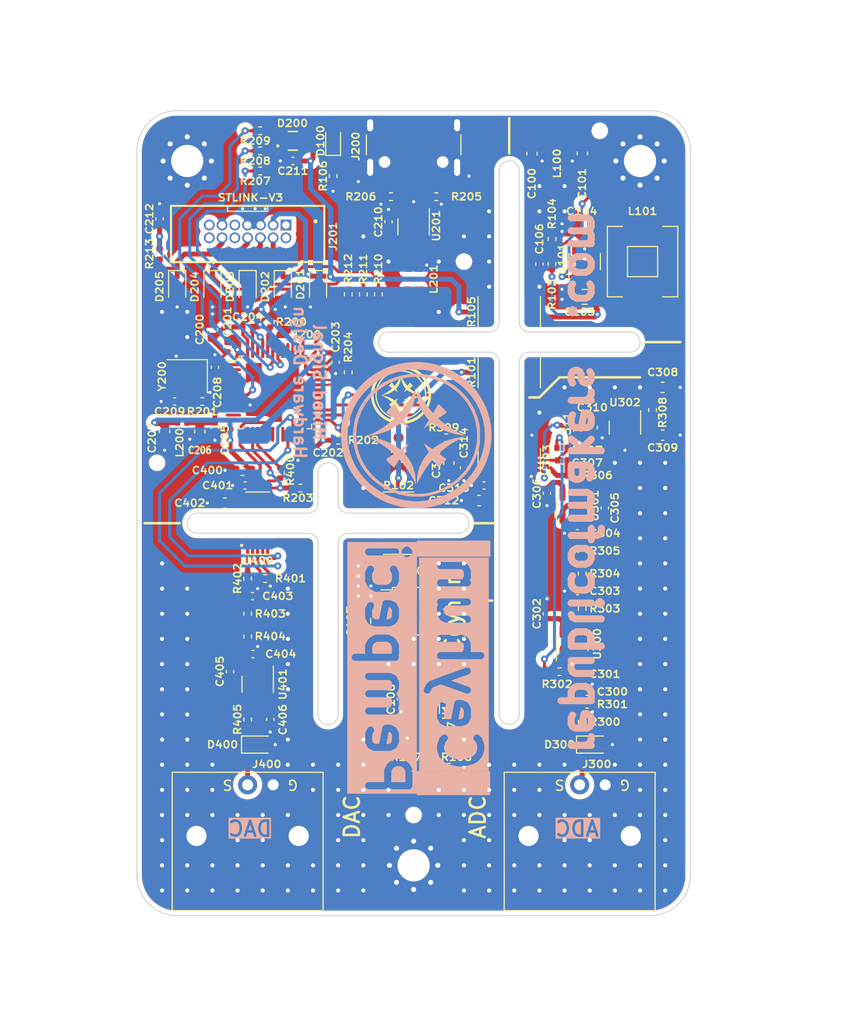
<source format=kicad_pcb>
(kicad_pcb (version 20221018) (generator pcbnew)
  (title_block (title "Mixed Signal Hardware Design with KiCad - PCB") (date "2024-04-19") (rev "1.0") (company "Ceyhun Pempeci"))
  (layers (0 "F.Cu" signal) (31 "B.Cu" signal) (34 "B.Paste" user) (35 "F.Paste" user) (36 "B.SilkS" user "B.Silkscreen") (37 "F.SilkS" user "F.Silkscreen") (38 "B.Mask" user) (39 "F.Mask" user) (44 "Edge.Cuts" user))
  (net 0 "")
  (net 1 "VBUS")
  (net 2 "GND")
  (net 3 "+5V")
  (net 4 "/Power/+5V_FILT")
  (net 5 "+3.3VA")
  (net 6 "+3V3")
  (net 7 "/Power/BUCK_FB")
  (net 8 "/Power/VREF")
  (net 9 "VDDA")
  (net 10 "/MCU/HSE_IN")
  (net 11 "/MCU/XTAL_IN")
  (net 12 "/MCU/NRST")
  (net 13 "/ADC/IN_RF")
  (net 14 "/ADC/IN_BUF")
  (net 15 "Net-(C303-Pad1)")
  (net 16 "/ADC/IN_AA_BUF_IN")
  (net 17 "Net-(C305-Pad1)")
  (net 18 "/ADC/IN_AA_BUF_OUT")
  (net 19 "/ADC/ADC_IN+")
  (net 20 "/ADC/ADC_IN-")
  (net 21 "/ADC/ADC_VREF_VIN")
  (net 22 "/ADC/ADC_VREF")
  (net 23 "/DAC/DAC_VREF")
  (net 24 "Net-(C403-Pad1)")
  (net 25 "/DAC/OUT_AA_BUF_IN")
  (net 26 "Net-(C405-Pad1)")
  (net 27 "/DAC/OUT_AA_BUF_OUT")
  (net 28 "/Power/LED_PWR_K")
  (net 29 "/MCU/LED_G_K")
  (net 30 "/MCU/LED_R_K")
  (net 31 "/MCU/LED_Y_K")
  (net 32 "/MCU/CONN_SWDIO")
  (net 33 "/MCU/CONN_SWCLK")
  (net 34 "/MCU/CONN_SWO")
  (net 35 "/MCU/CONN_NRST")
  (net 36 "/ADC/IN")
  (net 37 "/DAC/OUT")
  (net 38 "/MCU/USB_CONN_CC1")
  (net 39 "/MCU/USB_CONN_D+")
  (net 40 "/MCU/USB_CONN_D-")
  (net 42 "/MCU/USB_CONN_CC2")
  (net 46 "/Power/BUCK_SW")
  (net 47 "/MCU/USB_CMC_D-")
  (net 48 "/MCU/USB_CMC_D+")
  (net 49 "/MCU/USB_D+")
  (net 50 "/MCU/USB_D-")
  (net 51 "/MCU/BOOT0")
  (net 52 "/MCU/HSE_OUT")
  (net 53 "SPI2_NSS")
  (net 54 "SPI1_NSS")
  (net 55 "/MCU/TIM4_CH3")
  (net 56 "/MCU/TIM4_CH1")
  (net 57 "/MCU/TIM4_CH2")
  (net 58 "/MCU/SWDIO")
  (net 59 "/MCU/SWCLK")
  (net 60 "/MCU/SWO")
  (net 61 "/ADC/IN_BUF_OUT")
  (net 62 "SPI1_SCK")
  (net 63 "/ADC/ADC_SCLK")
  (net 64 "SPI2_SCK")
  (net 65 "/DAC/DAC_SCLK")
  (net 66 "/DAC/DAC_OUT_B")
  (net 67 "/DAC/DAC_OUT_A")
  (net 68 "VCOM")
  (net 77 "SPI1_MOSI")
  (net 80 "DAC_NCLR")
  (net 81 "DAC_NLDAC")
  (net 83 "SPI2_MISO")
  (net 96 "/Power/Buck-3.3V")
  (net 97 "Net-(R101-Pad1)")
  (footprint "Capacitor_SMD:C_0603_1608Metric" (layer "F.Cu") (at 128.75 89 180)
    (fp_text reference "C402")
    (fp_text value "1u")
  )
  (footprint "LED_SMD:LED_0603_1608Metric" (layer "F.Cu") (at 139.5 52.9625 90)
    (fp_text reference "D100")
    (fp_text value "RED")
  )
  (footprint "Diode_SMD:D_SOD-323" (layer "F.Cu") (at 132 113)
    (fp_text reference "D400")
    (fp_text value "PESD3V3L1BA,115")
  )
  (footprint "Resistor_SMD:R_0402_1005Metric" (layer "F.Cu") (at 131 96.5 90)
    (fp_text reference "R402")
    (fp_text value "6k8")
  )
  (footprint "Resistor_SMD:R_2010_5025Metric" (layer "F.Cu") (at 157 70)
    (fp_text reference "R105")
    (fp_text value "0R")
  )
  (footprint "Resistor_SMD:R_2010_5025Metric" (layer "F.Cu") (at 146 91 90)
    (fp_text reference "R102")
    (fp_text value "10R")
  )
  (footprint "ceyhun:AMPHENOL-BNC-031-5640-1010" (layer "F.Cu") (at 164 117 180)
    (fp_text reference "J300")
    (fp_text value "DOSIN-801-0031")
  )
  (footprint "Capacitor_SMD:C_0402_1005Metric" (layer "F.Cu") (at 152.5 85.5 -90)
    (fp_text reference "C314")
    (fp_text value "100n")
  )
  (footprint "logo 6mm" (layer "F.Cu") (at 146.25 78.25)
    (fp_text reference "G***" hide)
    (fp_text value "LOGO" hide)
  )
  (footprint "Package_TO_SOT_SMD:SOT-23-6" (layer "F.Cu") (at 147.5 61.5475 -90)
    (fp_text reference "U201")
    (fp_text value "USBLC6-2SC6")
  )
  (footprint "ceyhun:MWSA0603S" (layer "F.Cu") (at 170.25 65 -90)
    (fp_text reference "L101")
    (fp_text value "47u")
  )
  (footprint "MountingHole:MountingHole_3.2mm_M3_Pad_Via" (layer "F.Cu") (at 170 55 -90)
    (fp_text reference "H2" hide)
    (fp_text value "MountingHole_Pad")
  )
  (footprint "Resistor_SMD:R_0402_1005Metric" (layer "F.Cu") (at 145.25 58.5475 180)
    (fp_text reference "R206")
    (fp_text value "5k1")
  )
  (footprint "Capacitor_SMD:C_0603_1608Metric" (layer "F.Cu") (at 154 88.75 180)
    (fp_text reference "C312")
    (fp_text value "10u")
  )
  (footprint "ceyhun:Fiducial_1mm_Mask2mm" (layer "F.Cu") (at 146 82.5)
    (fp_text reference "Fiducial3")
    (fp_text value "~")
  )
  (footprint "ceyhun:ToolingHole" (layer "F.Cu") (at 122 85)
    (fp_text reference "Tooling-Hole1")
    (fp_text value "~")
  )
  (footprint "Capacitor_SMD:C_0402_1005Metric" (layer "F.Cu") (at 162.27 84.75 180)
    (fp_text reference "C307")
    (fp_text value "150p")
  )
  (footprint "Capacitor_SMD:C_0402_1005Metric" (layer "F.Cu") (at 129.25 105.75 -90)
    (fp_text reference "C405")
    (fp_text value "1n")
  )
  (footprint "Capacitor_SMD:C_0603_1608Metric" (layer "F.Cu") (at 172.25 82.25)
    (fp_text reference "C309")
    (fp_text value "10u")
  )
  (footprint "Capacitor_SMD:C_0402_1005Metric" (layer "F.Cu") (at 130.75 87.25 180)
    (fp_text reference "C401")
    (fp_text value "100n")
  )
  (footprint "Capacitor_SMD:C_0402_1005Metric" (layer "F.Cu") (at 154.5 87.25 180)
    (fp_text reference "C313")
    (fp_text value "100n")
  )
  (footprint "Capacitor_SMD:C_0805_2012Metric" (layer "F.Cu") (at 149 112.3625 180)
    (fp_text reference "C107")
    (fp_text value "22u")
  )
  (footprint "ceyhun:Fiducial_1mm_Mask2mm" (layer "F.Cu") (at 122 73)
    (fp_text reference "Fiducial1")
    (fp_text value "~")
  )
  (footprint "Capacitor_SMD:C_0402_1005Metric" (layer "F.Cu") (at 136.5 84 180)
    (fp_text reference "C202")
    (fp_text value "100n")
  )
  (footprint "Resistor_SMD:R_0402_1005Metric" (layer "F.Cu") (at 164.25 93.75 -90)
    (fp_text reference "R305")
    (fp_text value "12k")
  )
  (footprint "Capacitor_SMD:C_0402_1005Metric" (layer "F.Cu") (at 160.75 100 90)
    (fp_text reference "C302")
    (fp_text value "100n")
  )
  (footprint "Inductor_SMD:L_0402_1005Metric" (layer "F.Cu") (at 124.5 81 180)
    (fp_text reference "L200")
    (fp_text value "10n")
  )
  (footprint "Crystal:Crystal_SMD_3225-4Pin_3.2x2.5mm" (layer "F.Cu") (at 125 76.4 180)
    (fp_text reference "Y200")
    (fp_text value "16MHz")
  )
  (footprint "ceyhun:AMPHENOL-BNC-031-5640-1010" (layer "F.Cu") (at 131 117 180)
    (fp_text reference "J400")
    (fp_text value "DOSIN-801-0031")
  )
  (footprint "Resistor_SMD:R_0402_1005Metric" (layer "F.Cu") (at 164.75 109 180)
    (fp_text reference "R301")
    (fp_text value "2M2")
  )
  (footprint "Diode_SMD:D_SOD-323" (layer "F.Cu") (at 131 67.5 -90)
    (fp_text reference "D203")
    (fp_text value "PESD3V3L1BA,115")
  )
  (footprint "Resistor_SMD:R_0402_1005Metric" (layer "F.Cu") (at 162 105.75 180)
    (fp_text reference "R302")
    (fp_text value "2M2")
  )
  (footprint "Capacitor_SMD:C_0402_1005Metric" (layer "F.Cu") (at 163.77 97.75 180)
    (fp_text reference "C303")
    (fp_text value "1n")
  )
  (footprint "Capacitor_SMD:C_0402_1005Metric" (layer "F.Cu") (at 122.25 60.75 90)
    (fp_text reference "C212")
    (fp_text value "100n")
  )
  (footprint "Package_TO_SOT_SMD:SOT-23-5" (layer "F.Cu") (at 164.5 65 90)
    (fp_text reference "U101")
    (fp_text value "TLV62569DBV")
  )
  (footprint "Resistor_SMD:R_0402_1005Metric" (layer "F.Cu") (at 131 102.26 90)
    (fp_text reference "R404")
    (fp_text value "12k")
  )
  (footprint "Resistor_SMD:R_0402_1005Metric" (layer "F.Cu") (at 132.25 56)
    (fp_text reference "R207")
    (fp_text value "1k")
  )
  (footprint "ceyhun:ToolingHole" (layer "F.Cu") (at 152.5 65)
    (fp_text reference "Tooling-Hole4")
    (fp_text value "~")
  )
  (footprint "Resistor_SMD:R_0402_1005Metric" (layer "F.Cu") (at 132.25 54)
    (fp_text reference "R208")
    (fp_text value "1k")
  )
  (footprint "Resistor_SMD:R_0402_1005Metric" (layer "F.Cu") (at 132.75 96.5)
    (fp_text reference "R401")
    (fp_text value "10k")
  )
  (footprint "ceyhun:TYPE-C-31-M-12" (layer "F.Cu") (at 147.5 52.5 180)
    (fp_text reference "J200")
    (fp_text value "USB_C_Receptacle_USB2.0" hide)
  )
  (footprint "Resistor_SMD:R_0402_1005Metric" (layer "F.Cu") (at 126.5 78.9 180)
    (fp_text reference "R201")
    (fp_text value "0R")
  )
  (footprint "Resistor_SMD:R_0402_1005Metric" (layer "F.Cu") (at 144 68.25 90)
    (fp_text reference "R210")
    (fp_text value "49R9")
  )
  (footprint "Resistor_SMD:R_0402_1005Metric" (layer "F.Cu") (at 134.25 86 -90)
    (fp_text reference "R400")
    (fp_text value "0R")
  )
  (footprint "Resistor_SMD:R_0402_1005Metric" (layer "F.Cu") (at 150.75 82.5)
    (fp_text reference "R309")
    (fp_text value "0R")
  )
  (footprint "ceyhun:14 Pin IDC 1.27mm" (layer "F.Cu") (at 131 62 180)
    (fp_text reference "J201")
    (fp_text value "2x7 1.27mm")
  )
  (footprint "Capacitor_SMD:C_0805_2012Metric" (layer "F.Cu") (at 164.5 61.5 180)
    (fp_text reference "C104")
    (fp_text value "22u")
  )
  (footprint "Package_TO_SOT_SMD:SOT-23" (layer "F.Cu") (at 168.5 81.5 -90)
    (fp_text reference "U302")
    (fp_text value "REF3033AIDBZT")
  )
  (footprint "Resistor_SMD:R_0402_1005Metric" (layer "F.Cu") (at 164.25 110.75 -90)
    (fp_text reference "R300")
    (fp_text value "1k")
  )
  (footprint "Capacitor_SMD:C_0603_1608Metric" (layer "F.Cu") (at 165.25 81.5 -90)
    (fp_text reference "C310")
    (fp_text value "10u")
  )
  (footprint "Resistor_SMD:R_0402_1005Metric" (layer "F.Cu") (at 163.24 86.25)
    (fp_text reference "R306")
    (fp_text value "1k")
  )
  (footprint "Capacitor_SMD:C_0402_1005Metric" (layer "F.Cu") (at 135.5 55 180)
    (fp_text reference "C211")
    (fp_text value "100n")
  )
  (footprint "Capacitor_SMD:C_0402_1005Metric" (layer "F.Cu") (at 123.75 78.9 180)
    (fp_text reference "C209")
    (fp_text value "10p")
  )
  (footprint "Package_TO_SOT_SMD:SOT-89-3" (layer "F.Cu") (at 146.75 99.75)
    (fp_text reference "U100")
    (fp_text value "HT7533-1")
  )
  (footprint "Capacitor_SMD:C_0402_1005Metric" (layer "F.Cu") (at 127.75 81.5 -90)
    (fp_text reference "C205")
    (fp_text value "10n")
  )
  (footprint "Resistor_SMD:R_0402_1005Metric" (layer "F.Cu") (at 132.25 52)
    (fp_text reference "R209")
    (fp_text value "1k")
  )
  (footprint "ceyhun:Fiducial_1mm_Mask2mm" (layer "F.Cu") (at 171 71)
    (fp_text reference "Fiducial2")
    (fp_text value "~")
  )
  (footprint "Capacitor_SMD:C_0402_1005Metric" (layer "F.Cu") (at 163.75 81.75 -90)
    (fp_text reference "C311")
    (fp_text value "100n")
  )
  (footprint "ceyhun:VSSOP-10" (layer "F.Cu") (at 132 91)
    (fp_text reference "U400")
    (fp_text value "DAC7563SDGSR")
  )
  (footprint "Package_TO_SOT_SMD:SOT-23-5" (layer "F.Cu") (at 148.5 109.1125 90)
    (fp_text reference "U102")
    (fp_text value "MCP6001T-E/OT")
  )
  (footprint "Capacitor_SMD:C_0402_1005Metric" (layer "F.Cu") (at 133.25 110.5 -90)
    (fp_text reference "C406")
    (fp_text value "100n")
  )
  (footprint "Diode_SMD:D_SOD-323" (layer "F.Cu") (at 138 67.5 -90)
    (fp_text reference "D201")
    (fp_text value "PESD3V3L1BA,115")
  )
  (footprint "Capacitor_SMD:C_0402_1005Metric" (layer "F.Cu") (at 131.52 104)
    (fp_text reference "C404")
    (fp_text value "150p")
  )
  (footprint "Diode_SMD:D_SOD-323" (layer "F.Cu") (at 165.3 113)
    (fp_text reference "D300")
    (fp_text value "PESD3V3L1BA,115")
  )
  (footprint "Resistor_SMD:R_0402_1005Metric" (layer "F.Cu") (at 161.25 65.25 -90)
    (fp_text reference "R103")
    (fp_text value "100k")
  )
  (footprint "Package_QFP:LQFP-48_7x7mm_P0.5mm" (layer "F.Cu") (at 133.75 78)
    (fp_text reference "U200")
    (fp_text value "STM32F103CBT6")
  )
  (footprint "Package_TO_SOT_SMD:SOT-23-5" (layer "F.Cu") (at 132 107 -90)
    (fp_text reference "U401")
    (fp_text value "MCP6001T-E/OT")
  )
  (footprint "Package_TO_SOT_SMD:SOT-23-5" (layer "F.Cu") (at 163.25 89.25 90)
    (fp_text reference "U301")
    (fp_text value "MCP6001T-E/OT")
  )
  (footprint "ceyhun:Fiducial_1mm_Mask2mm" (layer "F.Cu") (at 147.5 117.5)
    (fp_text reference "Fiducial4")
    (fp_text value "~")
  )
  (footprint "Resistor_SMD:R_0402_1005Metric" (layer "F.Cu") (at 164.25 99.5 -90)
    (fp_text reference "R303")
    (fp_text value "6k8")
  )
  (footprint "Resistor_SMD:R_0402_1005Metric" (layer "F.Cu") (at 151 115.25 180)
    (fp_text reference "R108")
    (fp_text value "1k")
  )
  (footprint "Capacitor_SMD:C_0402_1005Metric" (layer "F.Cu") (at 164.25 106 -90)
    (fp_text reference "C301")
    (fp_text value "100n")
  )
  (footprint "Diode_SMD:D_SOD-323" (layer "F.Cu") (at 127.5 67.5 -90)
    (fp_text reference "D204")
    (fp_text value "PESD3V3L1BA,115")
  )
  (footprint "Capacitor_SMD:C_0402_1005Metric" (layer "F.Cu") (at 160 65.25 90)
    (fp_text reference "C106")
    (fp_text value "DNP")
  )
  (footprint "Resistor_SMD:R_0402_1005Metric" (layer "F.Cu") (at 142.5 68.26 90)
    (fp_text reference "R211")
    (fp_text value "49R9")
  )
  (footprint "Capacitor_SMD:C_0402_1005Metric" (layer "F.Cu") (at 163.77 92 180)
    (fp_text reference "C304")
    (fp_text value "150p")
  )
  (footprint "Capacitor_SMD:C_0603_1608Metric" (layer "F.Cu") (at 151 85.02 -90)
    (fp_text reference "C315")
    (fp_text value "10u")
  )
  (footprint "Capacitor_SMD:C_0402_1005Metric" (layer "F.Cu") (at 160.75 88.02 -90)
    (fp_text reference "C306")
    (fp_text value "100n")
  )
  (footprint "Capacitor_SMD:C_0603_1608Metric" (layer "F.Cu") (at 122.75 81.875 -90)
    (fp_text reference "C207")
    (fp_text value "1u")
  )
  (footprint "MountingHole:MountingHole_3.2mm_M3_Pad_Via" (layer "F.Cu") (at 147.5 125 -90)
    (fp_text reference "H3" hide)
    (fp_text value "MountingHole_Pad")
  )
  (footprint "Resistor_SMD:R_0402_1005Metric" (layer "F.Cu") (at 131 100 90)
    (fp_text reference "R403")
    (fp_text value "22k")
  )
  (footprint "Resistor_SMD:R_0402_1005Metric" (layer "F.Cu") (at 164.25 96 -90)
    (fp_text reference "R304")
    (fp_text value "22k")
  )
  (footprint "Resistor_SMD:R_0402_1005Metric" (layer "F.Cu") (at 147.5 115.25 180)
    (fp_text reference "R107")
    (fp_text value "1k")
  )
  (footprint "Capacitor_SMD:C_0402_1005Metric" (layer "F.Cu") (at 131 71.5)
    (fp_text reference "C204")
    (fp_text value "100n")
  )
  (footprint "ceyhun:ToolingHole" (layer "F.Cu") (at 147.5 120)
    (fp_text reference "Tooling-Hole3")
    (fp_text value "~")
  )
  (footprint "Resistor_SMD:R_0402_1005Metric" (layer "F.Cu") (at 171.25 79.75 90)
    (fp_text reference "R308")
    (fp_text value "49R9")
  )
  (footprint "Resistor_SMD:R_2010_5025Metric" (layer "F.Cu") (at 157 76)
    (fp_text reference "R101")
    (fp_text value "0R")
  )
  (footprint "Resistor_SMD:R_0402_1005Metric" (layer "F.Cu") (at 131 110.5 90)
    (fp_text reference "R405")
    (fp_text value "49R9")
  )
  (footprint "Diode_SMD:D_SOD-323" (layer "F.Cu") (at 124 67.5 -90)
    (fp_text reference "D205")
    (fp_text value "PESD3V3L1BA,115")
  )
  (footprint "Diode_SMD:D_SOD-323" (layer "F.Cu") (at 134.5 67.5 -90)
    (fp_text reference "D202")
    (fp_text value "PESD3V3L1BA,115")
  )
  (footprint "Package_TO_SOT_SMD:SOT-23-5" (layer "F.Cu") (at 163.25 102.8625 90)
    (fp_text reference "U300")
    (fp_text value "MCP6001T-E/OT")
  )
  (footprint "Capacitor_SMD:C_0603_1608Metric" (layer "F.Cu") (at 126.25 81.875 -90)
    (fp_text reference "C206")
    (fp_text value "1u")
  )
  (footprint "Capacitor_SMD:C_0402_1005Metric" (layer "F.Cu") (at 139.75 75 -90)
    (fp_text reference "C203")
    (fp_text value "100n")
  )
  (footprint "Capacitor_SMD:C_0805_2012Metric" (layer "F.Cu") (at 142.5 100.7 90)
    (fp_text reference "C103")
    (fp_text value "22u")
  )
  (footprint "Resistor_SMD:R_0402_1005Metric" (layer "F.Cu") (at 149.75 58.5475)
    (fp_text reference "R205")
    (fp_text value "5k1")
  )
  (footprint "ceyhun:R6GHY5C-A01" (layer "F.Cu") (at 135.5 53)
    (fp_text reference "D200")
    (fp_text value "R6GHY5C-A01")
  )
  (footprint "Capacitor_SMD:C_0402_1005Metric" (layer "F.Cu") (at 164.75 107.75)
    (fp_text reference "C300")
    (fp_text value "150p")
  )
  (footprint "Capacitor_SMD:C_0402_1005Metric" (layer "F.Cu") (at 146.25 108.5 -90)
    (fp_text reference "C108")
    (fp_text value "100n")
  )
  (footprint "Resistor_SMD:R_0402_1005Metric" (layer "F.Cu") (at 136.25 87.5 180)
    (fp_text reference "R203")
    (fp_text value "10k")
  )
  (footprint "Capacitor_SMD:C_0402_1005Metric" (layer "F.Cu") (at 131.48 98.25)
    (fp_text reference "C403")
    (fp_text value "1n")
  )
  (footprint "Capacitor_SMD:C_0603_1608Metric" (layer "F.Cu") (at 172.25 77.5)
    (fp_text reference "C308")
    (fp_text value "10u")
  )
  (footprint "Capacitor_SMD:C_0402_1005Metric" (layer "F.Cu") (at 145 61.0475 90)
    (fp_text reference "C210")
    (fp_text value "100n")
  )
  (footprint "ceyhun:ToolingHole" (layer "F.Cu") (at 166 52)
    (fp_text reference "Tooling-Hole2")
    (fp_text value "~")
  )
  (footprint "Resistor_SMD:R_0402_1005Metric" (layer "F.Cu") (at 161.25 62.75 -90)
    (fp_text reference "R104")
    (fp_text value "22k")
  )
  (footprint "Resistor_SMD:R_0402_1005Metric" (layer "F.Cu") (at 141 76 -90)
    (fp_text reference "R204")
    (fp_text value "1k5")
  )
  (footprint "Capacitor_SMD:C_0603_1608Metric" (layer "F.Cu") (at 159.265 54.275 -90)
    (fp_text reference "C100")
    (fp_text value "1u")
  )
  (footprint "Capacitor_SMD:C_0603_1608Metric" (layer "F.Cu") (at 127.5 71.75 90)
    (fp_text reference "C200")
    (fp_text value "10u")
  )
  (footprint "Resistor_SMD:R_0402_1005Metric" (layer "F.Cu") (at 162.25 83.5 180)
    (fp_text reference "R307")
    (fp_text value "1k")
  )
  (footprint "MountingHole:MountingHole_3.2mm_M3_Pad_Via" (layer "F.Cu") (at 125 55)
    (fp_text reference "H1" hide)
    (fp_text value "MountingHole_Pad")
  )
  (footprint "Resistor_SMD:R_0402_1005Metric" (layer "F.Cu") (at 139.5 56.5 90)
    (fp_text reference "R106")
    (fp_text value "1k")
  )
  (footprint "Resistor_SMD:R_0402_1005Metric" (layer "F.Cu") (at 140 82.75)
    (fp_text reference "R202")
    (fp_text value "10k")
  )
  (footprint "Capacitor_SMD:C_0805_2012Metric" (layer "F.Cu") (at 164.5 68.5 180)
    (fp_text reference "C105")
    (fp_text value "22u")
  )
  (footprint "Inductor_SMD:L_0402_1005Metric" (layer "F.Cu") (at 161.75 53.25)
    (fp_text reference "L100")
    (fp_text value "10n")
  )
  (footprint "Resistor_SMD:R_0402_1005Metric" (layer "F.Cu") (at 141 68.25 90)
    (fp_text reference "R212")
    (fp_text value "49R9")
  )
  (footprint "ceyhun:VSSOP-10" (layer "F.Cu") (at 157 84.75 90)
    (fp_text reference "U303")
    (fp_text value "ADC141S626CIMM_NOPB")
  )
  (footprint "Capacitor_SMD:C_0603_1608Metric" (layer "F.Cu") (at 130.5 85.75 180)
    (fp_text reference "C400")
    (fp_text value "10u")
  )
  (footprint "Resistor_SMD:R_0402_1005Metric" (layer "F.Cu") (at 133.25 70.99 90)
    (fp_text reference "R200")
    (fp_text value "10k")
  )
  (footprint "Resistor_SMD:R_0402_1005Metric" (layer "F.Cu") (at 122.25 64.25 -90)
    (fp_text reference "R213")
    (fp_text value "49R9")
  )
  (footprint "Capacitor_SMD:C_0402_1005Metric" (layer "F.Cu") (at 127.75 75.5 90)
    (fp_text reference "C208")
    (fp_text value "10p")
  )
  (footprint "Capacitor_SMD:C_0402_1005Metric" (layer "F.Cu") (at 166.5 89.48 90)
    (fp_text reference "C305")
    (fp_text value "1n")
  )
  (footprint "Capacitor_SMD:C_0805_2012Metric" (layer "F.Cu") (at 144.5 95.75 180)
    (fp_text reference "C102")
    (fp_text value "22u")
  )
  (footprint "Capacitor_SMD:C_0603_1608Metric" (layer "F.Cu") (at 164.265 54.25 -90)
    (fp_text reference "C101")
    (fp_text value "1u")
  )
  (footprint "ceyhun:CMC-1206" (layer "F.Cu") (at 147.5 66.75 -90)
    (fp_text reference "L201")
    (fp_text value "CMF3216F-900-2P-T")
  )
  (footprint "Capacitor_SMD:C_0402_1005Metric" (layer "F.Cu") (at 129 73.5 90)
    (fp_text reference "C201")
    (fp_text value "100n")
  )
  (footprint "logo 15 mm" (layer "B.Cu") (at 147.75 82.25 180)
    (fp_text reference "G***" hide)
    (fp_text value "LOGO" hide)
  )
  (gr_rect (start 147.875 115.7) (end 155.025 117.95) (stroke (width 0.15)) (fill solid) (layer "B.SilkS"))
  (gr_rect (start 147.9 92.8) (end 155.05 94.25) (stroke (width 0.15)) (fill solid) (layer "B.SilkS"))
  (gr_line (start 162 76.5) (end 170 76.5) (stroke (width 0.25)) (layer "F.SilkS"))
  (gr_line (start 120.75 91) (end 124.25 91) (stroke (width 0.25)) (layer "F.SilkS"))
  (gr_line (start 160 78.5) (end 162 76.5) (stroke (width 0.25)) (layer "F.SilkS"))
  (gr_line (start 157 54.25) (end 157 50.75) (stroke (width 0.25)) (layer "F.SilkS"))
  (gr_line (start 153.5 91) (end 155.5 91) (stroke (width 0.25)) (layer "F.SilkS"))
  (gr_line (start 159 78.5) (end 160 78.5) (stroke (width 0.25)) (layer "F.SilkS"))
  (gr_line (start 170.5 73) (end 174 73) (stroke (width 0.25)) (layer "F.SilkS"))
  (gr_arc (start 155 74) (mid 155.707107 74.292893) (end 156 75) (stroke (width 0.1)) (layer "Edge.Cuts"))
  (gr_line (start 120 54) (end 120 95) (stroke (width 0.1)) (layer "Edge.Cuts"))
  (gr_line (start 155 72) (end 145 72) (stroke (width 0.1)) (layer "Edge.Cuts"))
  (gr_arc (start 137 92) (mid 137.707107 92.292893) (end 138 93) (stroke (width 0.1)) (layer "Edge.Cuts"))
  (gr_line (start 126 90) (end 136.999996 90.000002) (stroke (width 0.1)) (layer "Edge.Cuts"))
  (gr_line (start 156 75) (end 156 110) (stroke (width 0.1)) (layer "Edge.Cuts"))
  (gr_line (start 169 72) (end 159 72) (stroke (width 0.1)) (layer "Edge.Cuts"))
  (gr_arc (start 141.000001 89.999999) (mid 140.292894 89.707106) (end 140.000001 88.999999) (stroke (width 0.1)) (layer "Edge.Cuts"))
  (gr_line (start 138 86) (end 138 89) (stroke (width 0.1)) (layer "Edge.Cuts"))
  (gr_arc (start 156 56) (mid 157 55) (end 158 56) (stroke (width 0.1)) (layer "Edge.Cuts"))
  (gr_arc (start 140 110) (mid 139 111) (end 138 110) (stroke (width 0.1)) (layer "Edge.Cuts"))
  (gr_arc (start 145 74) (mid 144 73) (end 145 72) (stroke (width 0.1)) (layer "Edge.Cuts"))
  (gr_line (start 175 126) (end 175 54) (stroke (width 0.1)) (layer "Edge.Cuts"))
  (gr_arc (start 169 72) (mid 170 73) (end 169 74) (stroke (width 0.1)) (layer "Edge.Cuts"))
  (gr_line (start 138 110) (end 138 93) (stroke (width 0.1)) (layer "Edge.Cuts"))
  (gr_arc (start 175 126) (mid 173.828427 128.828427) (end 171 130) (stroke (width 0.1)) (layer "Edge.Cuts"))
  (gr_line (start 152 92) (end 141.000001 92.000001) (stroke (width 0.1)) (layer "Edge.Cuts"))
  (gr_line (start 171 50) (end 124 50) (stroke (width 0.1)) (layer "Edge.Cuts"))
  (gr_line (start 155 74) (end 145 74) (stroke (width 0.1)) (layer "Edge.Cuts"))
  (gr_line (start 169 74) (end 159 74) (stroke (width 0.1)) (layer "Edge.Cuts"))
  (gr_line (start 126 92) (end 137 92) (stroke (width 0.1)) (layer "Edge.Cuts"))
  (gr_line (start 124 130) (end 171 130) (stroke (width 0.1)) (layer "Edge.Cuts"))
  (gr_arc (start 171 50) (mid 173.828427 51.171573) (end 175 54) (stroke (width 0.1)) (layer "Edge.Cuts"))
  (gr_arc (start 124 130) (mid 121.171573 128.828427) (end 120 126) (stroke (width 0.1)) (layer "Edge.Cuts"))
  (gr_arc (start 138 86) (mid 139 85) (end 140 86) (stroke (width 0.1)) (layer "Edge.Cuts"))
  (gr_line (start 120 95) (end 120 126) (stroke (width 0.1)) (layer "Edge.Cuts"))
  (gr_arc (start 159 72) (mid 158.292893 71.707107) (end 158 71) (stroke (width 0.1)) (layer "Edge.Cuts"))
  (gr_line (start 158 75) (end 158 110) (stroke (width 0.1)) (layer "Edge.Cuts"))
  (gr_arc (start 137.999996 89.000002) (mid 137.707102 89.707106) (end 136.999996 90.000002) (stroke (width 0.1)) (layer "Edge.Cuts"))
  (gr_arc (start 120 54) (mid 121.171573 51.171573) (end 124 50) (stroke (width 0.1)) (layer "Edge.Cuts"))
  (gr_line (start 156 56) (end 156 71) (stroke (width 0.1)) (layer "Edge.Cuts"))
  (gr_arc (start 156 71) (mid 155.707107 71.707107) (end 155 72) (stroke (width 0.1)) (layer "Edge.Cuts"))
  (gr_line (start 152 90) (end 141 90) (stroke (width 0.1)) (layer "Edge.Cuts"))
  (gr_line (start 140 86) (end 140 89) (stroke (width 0.1)) (layer "Edge.Cuts"))
  (gr_arc (start 158 110) (mid 157 111) (end 156 110) (stroke (width 0.1)) (layer "Edge.Cuts"))
  (gr_line (start 158 56) (end 158 71) (stroke (width 0.1)) (layer "Edge.Cuts"))
  (gr_arc (start 158 75) (mid 158.292893 74.292893) (end 159 74) (stroke (width 0.1)) (layer "Edge.Cuts"))
  (gr_arc (start 126 92) (mid 125 91) (end 126 90) (stroke (width 0.1)) (layer "Edge.Cuts"))
  (gr_line (start 140 110) (end 140 93) (stroke (width 0.1)) (layer "Edge.Cuts"))
  (gr_arc (start 140.000001 93.000001) (mid 140.292894 92.292894) (end 141.000001 92.000001) (stroke (width 0.1)) (layer "Edge.Cuts"))
  (gr_arc (start 152 90) (mid 153 91) (end 152 92) (stroke (width 0.1)) (layer "Edge.Cuts"))
  (gr_text "DAC" (at 131.25 122.25) (layer "B.SilkS" knockout) (effects (font (size 1.5 1.5) (thickness 0.25) bold) (justify bottom mirror)))
  (gr_text "republicofmakers  .com" (at 162.75 114.25 270) (layer "B.SilkS") (effects (font (size 3 3) (thickness 0.7) bold) (justify left bottom mirror)))
  (gr_text "Mixed Signal\nHardware Design" (at 135.5 77 270) (layer "B.SilkS") (effects (font (size 1.2 1.2) (thickness 0.25) bold) (justify bottom mirror)))
  (gr_text "Pempeci" (at 142.5 118.5 270) (layer "B.SilkS" knockout) (effects (font (size 4 4) (thickness 0.7) bold) (justify left bottom mirror)))
  (gr_text "Ceyhun" (at 149.65 116.05 -90) (layer "B.SilkS" knockout) (effects (font (size 4 4) (thickness 0.7) bold) (justify left bottom mirror)))
  (gr_text "ADC" (at 163.75 122.25) (layer "B.SilkS" knockout) (effects (font (size 1.5 1.5) (thickness 0.25) bold) (justify bottom mirror)))
  (gr_text "Pempeci" (at 155 104 90) (layer "F.SilkS") (effects (font (size 1.5 1.5) (thickness 0.25) bold) (justify left bottom)))
  (gr_text "DAC" (at 142.25 122.5 90) (layer "F.SilkS") (effects (font (size 1.5 1.5) (thickness 0.25) bold) (justify left bottom)))
  (gr_text "STLINK-V3" (at 127.95 59.05) (layer "F.SilkS") (effects (font (size 0.7 0.8)) (justify left bottom)))
  (gr_text "Ceyhun" (at 152.25 104 90) (layer "F.SilkS") (effects (font (size 1.5 1.5) (thickness 0.25) bold) (justify left bottom)))
  (gr_text "ADC" (at 154.75 122.5 90) (layer "F.SilkS") (effects (font (size 1.5 1.5) (thickness 0.25) bold) (justify left bottom)))
  (segment (start 145.02 61.5475) (end 145 61.5275) (width 0.5) (layer "F.Cu") (net 1))
  (segment (start 156 52.75) (end 154.25 54.5) (width 0.5) (layer "F.Cu") (net 1))
  (segment (start 153.625 58.0475) (end 152.25 58.0475) (width 0.5) (layer "F.Cu") (net 1))
  (segment (start 152.3275 60.22) (end 152.3275 58.125) (width 0.5) (layer "F.Cu") (net 1))
  (segment (start 159.265 53.5) (end 158.515 52.75) (width 0.5) (layer "F.Cu") (net 1))
  (segment (start 143.709339 57.7775) (end 143.25 58.236839) (width 0.5) (layer "F.Cu") (net 1))
  (segment (start 147.005 61.5275) (end 147.025 61.5475) (width 0.5) (layer "F.Cu") (net 1))
  (segment (start 151.290661 57.7775) (end 151.560661 58.0475) (width 0.5) (layer "F.Cu") (net 1))
  (segment (start 149.95 57.406396) (end 150.321104 57.7775) (width 0.5) (layer "F.Cu") (net 1))
  (segment (start 149.95 56.545) (end 149.95 57.406396) (width 0.5) (layer "F.Cu") (net 1))
  (segment (start 143.25 58.236839) (end 143.25 60.7975) (width 0.5) (layer "F.Cu") (net 1))
  (segment (start 158.515 52.75) (end 156 52.75) (width 0.5) (layer "F.Cu") (net 1))
  (segment (start 152.3275 58.125) (end 152.25 58.0475) (width 0.5) (layer "F.Cu") (net 1))
  (segment (start 143.25 60.7975) (end 143.98 61.5275) (width 0.5) (layer "F.Cu") (net 1))
  (segment (start 147.025 61.5475) (end 151 61.5475) (width 0.5) (layer "F.Cu") (net 1))
  (segment (start 154.25 57.4225) (end 153.625 58.0475) (width 0.5) (layer "F.Cu") (net 1))
  (segment (start 151.560661 58.0475) (end 152.25 58.0475) (width 0.5) (layer "F.Cu") (net 1))
  (segment (start 147.5 62.685) (end 147.5 62.0625) (width 0.5) (layer "F.Cu") (net 1))
  (segment (start 143.98 61.5275) (end 145 61.5275) (width 0.5) (layer "F.Cu") (net 1))
  (segment (start 159.265 53.5) (end 159.515 53.25) (width 0.5) (layer "F.Cu") (net 1))
  (segment (start 146.985 61.5475) (end 145.02 61.5475) (width 0.5) (layer "F.Cu") (net 1))
  (segment (start 154.25 54.5) (end 154.25 57.4225) (width 0.5) (layer "F.Cu") (net 1))
  (segment (start 159.515 53.25) (end 161.265 53.25) (width 0.5) (layer "F.Cu") (net 1))
  (segment (start 151 61.5475) (end 152.3275 60.22) (width 0.5) (layer "F.Cu") (net 1))
  (segment (start 147.5 62.0625) (end 146.985 61.5475) (width 0.5) (layer "F.Cu") (net 1))
  (segment (start 147.005 61.5275) (end 146.985 61.5475) (width 0.5) (layer "F.Cu") (net 1))
  (segment (start 145.05 56.545) (end 145.05 57.4975) (width 0.5) (layer "F.Cu") (net 1))
  (segment (start 145.05 57.4975) (end 144.77 57.7775) (width 0.5) (layer "F.Cu") (net 1))
  (segment (start 144.77 57.7775) (end 143.709339 57.7775) (width 0.5) (layer "F.Cu") (net 1))
  (segment (start 150.321104 57.7775) (end 151.290661 57.7775) (width 0.5) (layer "F.Cu") (net 1))
  (segment (start 127.25 78) (end 126.5 77.25) (width 0.5) (layer "F.Cu") (net 2))
  (segment (start 160.75 99.52) (end 160.75 98.5) (width 0.5) (layer "F.Cu") (net 2))
  (segment (start 148.5 111.9125) (end 148.05 112.3625) (width 0.5) (layer "F.Cu") (net 2))
  (segment (start 130.27 87.25) (end 129.5 87.25) (width 0.5) (layer "F.Cu") (net 2))
  (segment (start 160.215 55.05) (end 160.265 55) (width 0.5) (layer "F.Cu") (net 2))
  (segment (start 131.5 71.52) (end 131.48 71.5) (width 0.3) (layer "F.Cu") (net 2))
  (segment (start 133.25 70.48) (end 133.25 70.25) (width 0.5) (layer "F.Cu") (net 2))
  (segment (start 139.227106 75.48) (end 139.75 75.48) (width 0.3) (layer "F.Cu") (net 2))
  (segment (start 165.23 107.75) (end 165.23 107.02) (width 0.5) (layer "F.Cu") (net 2))
  (segment (start 131.25 79.25) (end 130.75 78.75) (width 0.3) (layer "F.Cu") (net 2))
  (segment (start 153 56.5) (end 152.48 57.02) (width 0.5) (layer "F.Cu") (net 2))
  (segment (start 166.013703 82.275) (end 166.247176 82.508473) (width 0.5) (layer "F.Cu") (net 2))
  (segment (start 166.35 113) (end 167.25 113) (width 0.5) (layer "F.Cu") (net 2))
  (segment (start 132 94.792894) (end 133.26 96.052894) (width 0.3) (layer "F.Cu") (net 2))
  (segment (start 152.48 57.02) (end 151.225 57.02) (width 0.5) (layer "F.Cu") (net 2))
  (segment (start 136.02 84) (end 136.02 84.73) (width 0.5) (layer "F.Cu") (net 2))
  (segment (start 122.4 78.9) (end 123.27 78.9) (width 0.5) (layer "F.Cu") (net 2))
  (segment (start 144.25 56.545) (end 144.095 56.545) (width 0.5) (layer "F.Cu") (net 2))
  (segment (start 165.23 107.02) (end 165.25 107) (width 0.5) (layer "F.Cu") (net 2))
  (segment (start 139.75 76.1255) (end 139.75 75.48) (width 0.5) (layer "F.Cu") (net 2))
  (segment (start 145 60.5675) (end 145 59.8175) (width 0.5) (layer "F.Cu") (net 2))
  (segment (start 137.25 69.5) (end 137.5 69.5) (width 0.5) (layer "F.Cu") (net 2))
  (segment (start 144.095 56.545) (end 143.18 55.63) (width 0.5) (layer "F.Cu") (net 2))
  (segment (start 132.75 60.25) (end 132.27 60.73) (width 0.5) (layer "F.Cu") (net 2))
  (segment (start 163.25 105) (end 163.25 104) (width 0.5) (layer "F.Cu") (net 2))
  (segment (start 127.5 70.199503) (end 127.5 70.975) (width 0.5) (layer "F.Cu") (net 2))
  (segment (start 133.25 110.98) (end 133.25 111.75) (width 0.5) (layer "F.Cu") (net 2))
  (segment (start 154.02 87.25) (end 153.25 87.25) (width 0.5) (layer "F.Cu") (net 2))
  (segment (start 132.27 60.73) (end 132.27 61.365) (width 0.5) (layer "F.Cu") (net 2))
  (segment (start 127 89) (end 127.975 89) (width 0.5) (layer "F.Cu") (net 2))
  (segment (start 160 82.25) (end 159.25 82.25) (width 0.3) (layer "F.Cu") (net 2))
  (segment (start 160.75 83) (end 160 82.25) (width 0.3) (layer "F.Cu") (net 2))
  (segment (start 152.5 85.98) (end 152.5 86.77) (width 0.5) (layer "F.Cu") (net 2))
  (segment (start 173.025 82.25) (end 174 82.25) (width 0.5) (layer "F.Cu") (net 2))
  (segment (start 129.27 73.02) (end 129 73.02) (width 0.5) (layer "F.Cu") (net 2))
  (segment (start 136 82.1625) (end 136 83.98) (width 0.3) (layer "F.Cu") (net 2))
  (segment (start 131 60.5) (end 131 61.365) (width 0.5) (layer "F.Cu") (net 2))
  (segment (start 133.05 113) (end 133.75 113) (width 0.5) (layer "F.Cu") (net 2))
  (segment (start 131 68.55) (end 131 69.5) (width 0.5) (layer "F.Cu") (net 2))
  (segment (start 138.957106 75.75) (end 139.227106 75.48) (width 0.3) (layer "F.Cu") (net 2))
  (segment (start 159.265 55.05) (end 160.215 55.05) (width 0.5) (layer "F.Cu") (net 2))
  (segment (start 128.46 60.79) (end 129.25 60) (width 0.5) (layer "F.Cu") (net 2))
  (segment (start 130.75 78.75) (end 129.5875 78.75) (width 0.3) (layer "F.Cu") (net 2))
  (segment (start 151.51 115.25) (end 152.5 115.25) (width 0.5) (layer "F.Cu") (net 2))
  (segment (start 138 69) (end 138 68.55) (width 0.5) (layer "F.Cu") (net 2))
  (segment (start 168.5 82.4375) (end 168.5 83.75) (width 0.5) (layer "F.Cu") (net 2))
  (segment (start 151.225 57.02) (end 150.75 56.545) (width 0.5) (layer "F.Cu") (net 2))
  (segment (start 150.75 56.545) (end 150.905 56.545) (width 0.5) (layer "F.Cu") (net 2))
  (segment (start 134.5 69.25) (end 134.75 69.5) (width 0.5) (layer "F.Cu") (net 2))
  (segment (start 160.75 88.5) (end 160.75 89.25) (width 0.5) (layer "F.Cu") (net 2))
  (segment (start 132 104) (end 132 103.25) (width 0.5) (layer "F.Cu") (net 2))
  (segment (start 163.29 92) (end 162.5 92) (width 0.5) (layer "F.Cu") (net 2))
  (segment (start 165.25 82.275) (end 166.013703 82.275) (width 0.5) (layer "F.Cu") (net 2))
  (segment (start 164.265 55.025) (end 163.29 55.025) (width 0.5) (layer "F.Cu") (net 2))
  (segment (start 147.5 60.41) (end 147.5 59.0475) (width 0.5) (layer "F.Cu") (net 2))
  (segment (start 150.905 56.545) (end 151.82 55.63) (width 0.5) (layer "F.Cu") (net 2))
  (segment (start 129.25 60) (end 129.5 59.75) (width 0.5) (layer "F.Cu") (net 2))
  (segment (start 133.25 70.25) (end 133.75 69.75) (width 0.5) (layer "F.Cu") (net 2))
  (segment (start 127.5 68.55) (end 127.5 69.5) (width 0.5) (layer "F.Cu") (net 2))
  (segment (start 132 105.8625) (end 132 104) (width 0.5) (layer "F.Cu") (net 2))
  (segment (start 135.02 55) (end 134.25 55) (width 0.5) (layer "F.Cu") (net 2))
  (segment (start 126.5 77.25) (end 126.1 77.25) (width 0.5) (layer "F.Cu") (net 2))
  (segment (start 159.2 84.25) (end 160.5 84.25) (width 0.3) (layer "F.Cu") (net 2))
  (segment (start 146.8625 112.3625) (end 148.05 112.3625) (width 0.5) (layer "F.Cu") (net 2))
  (segment (start 150.26 59.2875) (end 150.25 59.2975) (width 0.5) (layer "F.Cu") (net 2))
  (segment (start 129.5 59.75) (end 130.5 59.75) (width 0.5) (layer "F.Cu") (net 2))
  (segment (start 148.5 110.25) (end 148.5 111.9125) (width 0.5) (layer "F.Cu") (net 2))
  (segment (start 159.2 83.75) (end 160.75 83.75) (width 0.3) (layer "F.Cu") (net 2))
  (segment (start 139.5 57.01) (end 139.5 58) (width 0.5) (layer "F.Cu") (net 2))
  (segment (start 128.46 61.365) (end 128.46 60.79) (width 0.5) (layer "F.Cu") (net 2))
  (segment (start 127.75 82.75) (end 127.75 81.98) (width 0.5) (layer "F.Cu") (net 2))
  (segment (start 136 83.98) (end 136.02 84) (width 0.3) (layer "F.Cu") (net 2))
  (segment (start 163.75 82.75) (end 163.75 82.23) (width 0.5) (layer "F.Cu") (net 2))
  (segment (start 164 83) (end 163.75 82.75) (width 0.5) (layer "F.Cu") (net 2))
  (segment (start 125.25 82.65) (end 126.25 82.65) (width 0.5) (layer "F.Cu") (net 2))
  (segment (start 144.74 58.8075) (end 144.25 59.2975) (width 0.5) (layer "F.Cu") (net 2))
  (segment (start 173.025 77.5) (end 174 77.5) (width 0.5) (layer "F.Cu") (net 2))
  (segment (start 137.5 69.5) (end 138 69) (width 0.5) (layer "F.Cu") (net 2))
  (segment (start 122.75 82.65) (end 122.75 83.75) (width 0.5) (layer "F.Cu") (net 2))
  (segment (start 160.75 83.75) (end 160.75 83) (width 0.3) (layer "F.Cu") (net 2))
  (segment (start 134.5 68.55) (end 134.5 69.25) (width 0.5) (layer "F.Cu") (net 2))
  (segment (start 160.5 84.25) (end 160.75 84) (width 0.3) (layer "F.Cu") (net 2))
  (segment (start 165.26 109) (end 165.26 109.74) (width 0.5) (layer "F.Cu") (net 2))
  (segment (start 132 93.2) (end 132 94.792894) (width 0.3) (layer "F.Cu") (net 2))
  (segment (start 128.75 85.75) (end 129.725 85.75) (width 0.5) (layer "F.Cu") (net 2))
  (segment (start 143.7475 57.0475) (end 142 57.0475) (width 0.5) (layer "F.Cu") (net 2))
  (segment (start 163.29 97.75) (end 162.5 97.75) (width 0.5) (layer "F.Cu") (net 2))
  (segment (start 165.26 109.74) (end 165.25 109.75) (width 0.5) (layer "F.Cu") (net 2))
  (segment (start 131.96 97.54) (end 132 97.5) (width 0.5) (layer "F.Cu") (net 2))
  (segment (start 144.74 58.5475) (end 144.74 58.8075) (width 0.5) (layer "F.Cu") (net 2))
  (segment (start 151 85.795) (end 151 86.77) (width 0.5) (layer "F.Cu") (net 2))
  (segment (start 132 71.5) (end 132.25 71.25) (width 0.5) (layer "F.Cu") (net 2))
  (segment (start 146.25 108.98) (end 146.25 109.75) (width 0.5) (layer "F.Cu") (net 2))
  (segment (start 131.48 71.5) (end 132 71.5) (width 0.5) (layer "F.Cu") (net 2))
  (segment (start 160.75 84) (end 160.75 83.75) (width 0.3) (layer "F.Cu") (net 2))
  (segment (start 133.26 96.5) (end 133.26 97.24) (width 0.5) (layer "F.Cu") (net 2))
  (segment (start 131.96 98.25) (end 131.96 97.54) (width 0.5) (layer "F.Cu") (net 2))
  (segment (start 131.5 73.8375) (end 131.5 71.52) (width 0.3) (layer "F.Cu") (net 2))
  (segment (start 131.75 59.75) (end 131 60.5) (width 0.5) (layer "F.Cu") (net 2))
  (segment (start 163.25 90.3875) (end 163.25 91.96) (width 0.5) (layer "F.Cu") (net 2))
  (segment (start 137.9125 75.75) (end 138.957106 75.75) (width 0.3) (layer "F.Cu") (net 2))
  (segment (start 127.75 75.02) (end 127.75 74.25) (width 0.5) (layer "F.Cu") (net 2))
  (segment (start 133.26 96.052894) (end 133.26 96.5) (width 0.3) (layer "F.Cu") (net 2))
  (segment (start 136.02 84.73) (end 136 84.75) (width 0.5) (layer "F.Cu") (net 2))
  (segment (start 124 68.55) (end 124 69.5) (width 0.5) (layer "F.Cu") (net 2))
  (segment (start 163.25 91.96) (end 163.29 92) (width 0.5) (layer "F.Cu") (net 2))
  (segment (start 132.75 59.75) (end 132.75 60.25) (width 0.5) (layer "F.Cu") (net 2))
  (segment (start 130 73.75) (end 129.27 73.02) (width 0.5) (layer "F.Cu") (net 2))
  (segment (start 122.25 60.27) (end 122.25 59.25) (width 0.5) (layer "F.Cu") (net 2))
  (segment (start 144.25 56.545) (end 143.7475 57.0475) (width 0.5) (layer "F.Cu") (net 2))
  (segment (start 163.29 55.025) (end 163.265 55) (width 0.5) (layer "F.Cu") (net 2))
  (segment (start 123.9 74.4) (end 123.9 75.55) (width 0.5) (layer "F.Cu") (net 2))
  (segment (start 150.26 58.5475) (end 150.26 59.2875) (width 0.5) (layer "F.Cu") (net 2))
  (segment (start 133.26 97.24) (end 133.25 97.25) (width 0.5) (layer "F.Cu") (net 2))
  (segment (start 153.225 88.75) (end 152.25 88.75) (width 0.5) (layer "F.Cu") (net 2))
  (via (at 159.25 82.25) (size 0.7) (drill 0.3) (layers "F.Cu" "B.Cu") (net 2))
  (via (at 122.5 107.5) (size 0.8) (drill 0.4) (layers "F.Cu" "B.Cu") (net 2))
  (via (at 172.5 125) (size 0.8) (drill 0.4) (layers "F.Cu" "B.Cu") (net 2))
  (via (at 125 72.5) (size 0.8) (drill 0.4) (layers "F.Cu" "B.Cu") (net 2))
  (via (at 134.75 69.5) (size 0.7) (drill 0.3) (layers "F.Cu" "B.Cu") (net 2))
  (via (at 172.5 110) (size 0.8) (drill 0.4) (layers "F.Cu" "B.Cu") (net 2))
  (via (at 165 120) (size 0.8) (drill 0.4) (layers "F.Cu" "B.Cu") (net 2))
  (via (at 142.5 122.5) (size 0.8) (drill 0.4) (layers "F.Cu" "B.Cu") (net 2))
  (via (at 152.25 88.75) (size 0.7) (drill 0.3) (layers "F.Cu" "B.Cu") (net 2))
  (via (at 145 65) (size 0.8) (drill 0.4) (layers "F.Cu" "B.Cu") (net 2))
  (via (at 125 115) (size 0.8) (drill 0.4) (layers "F.Cu" "B.Cu") (net 2))
  (via (at 127.5 70.199503) (size 0.7) (drill 0.3) (layers "F.Cu" "B.Cu") (net 2))
  (via (at 133.25 111.75) (size 0.7) (drill 0.3) (layers "F.Cu" "B.Cu") (net 2))
  (via (at 140 117.5) (size 0.8) (drill 0.4) (layers "F.Cu" "B.Cu") (net 2))
  (via (at 135 125) (size 0.8) (drill 0.4) (layers "F.Cu" "B.Cu") (net 2))
  (via (at 122.5 115) (size 0.8) (drill 0.4) (layers "F.Cu" "B.Cu") (net 2))
  (via (at 167.5 127.5) (size 0.8) (drill 0.4) (layers "F.Cu" "B.Cu") (net 2))
  (via (at 157.5 125) (size 0.8) (drill 0.4) (layers "F.Cu" "B.Cu") (net 2))
  (via (at 146.8625 112.3625) (size 0.7) (drill 0.3) (layers "F.Cu" "B.Cu") (net 2))
  (via (at 137.5 125) (size 0.8) (drill 0.4) (layers "F.Cu" "B.Cu") (net 2))
  (via (at 147.5 105) (size 0.8) (drill 0.4) (layers "F.Cu" "B.Cu") (net 2))
  (via (at 150 117.5) (size 0.8) (drill 0.4) (layers "F.Cu" "B.Cu") (net 2))
  (via (at 127.5 115) (size 0.8) (drill 0.4) (layers "F.Cu" "B.Cu") (net 2))
  (via (at 135 100) (size 0.8) (drill 0.4) (layers "F.Cu" "B.Cu") (net 2))
  (via (at 127.25 78) (size 0.7) (drill 0.3) (layers "F.Cu" "B.Cu") (net 2))
  (via (at 142 95.25) (size 0.7) (drill 0.3) (layers "F.Cu" "B.Cu") (net 2))
  (via (at 170 112.5) (size 0.8) (drill 0.4) (layers "F.Cu" "B.Cu") (net 2))
  (via (at 122.5 112.5) (size 0.8) (drill 0.4) (layers "F.Cu" "B.Cu") (net 2))
  (via (at 155 122.5) (size 0.8) (drill 0.4) (layers "F.Cu" "B.Cu") (net 2))
  (via (at 125 117.5) (size 0.8) (drill 0.4) (layers "F.Cu" "B.Cu") (net 2))
  (via (at 122.5 120) (size 0.8) (drill 0.4) (layers "F.Cu" "B.Cu") (net 2))
  (via (at 172.5 115) (size 0.8) (drill 0.4) (layers "F.Cu" "B.Cu") (net 2))
  (via (at 140 127.5) (size 0.8) (drill 0.4) (layers "F.Cu" "B.Cu") (net 2))
  (via (at 170 117.5) (size 0.8) (drill 0.4) (layers "F.Cu" "B.Cu") (net 2))
  (via (at 145 105) (size 0.8) (drill 0.4) (layers "F.Cu" "B.Cu") (net 2))
  (via (at 142.5 112.5) (size 0.8) (drill 0.4) (layers "F.Cu" "B.Cu") (net 2))
  (via (at 170 100) (size 0.8) (drill 0.4) (layers "F.Cu" "B.Cu") (net 2))
  (via (at 142.5 127.5) (size 0.8) (drill 0.4) (layers "F.Cu" "B.Cu") (net 2))
  (via (at 155 65) (size 0.8) (drill 0.4) (layers "F.Cu" "B.Cu") (net 2))
  (via (at 145 120) (size 0.8) (drill 0.4) (layers "F.Cu" "B.Cu") (net 2))
  (via (at 162.5 115) (size 0.8) (drill 0.4) (layers "F.Cu" "B.Cu") (net 2))
  (via (at 142.5 62.5) (size 0.8) (drill 0.4) (layers "F.Cu" "B.Cu") (net 2))
  (via (at 142 96.25) (size 0.7) (drill 0.3) (layers "F.Cu" "B.Cu") (net 2))
  (via (at 152.5 95) (size 0.8) (drill 0.4) (layers "F.Cu" "B.Cu") (net 2))
  (via (at 172.5 122.5) (size 0.8) (drill 0.4) (layers "F.Cu" "B.Cu") (net 2))
  (via (at 142.5 125) (size 0.8) (drill 0.4) (layers "F.Cu" "B.Cu") (net 2))
  (via (at 140 125) (size 0.8) (drill 0.4) (layers "F.Cu" "B.Cu") (net 2))
  (via (at 128.75 85.75) (size 0.7) (drill 0.3) (layers "F.Cu" "B.Cu") (net 2))
  (via (at 127.75 82.75) (size 0.7) (drill 0.3) (layers "F.Cu" "B.Cu") (net 2))
  (via (at 170 127.5) (size 0.8) (drill 0.4) (layers "F.Cu" "B.Cu") (net 2))
  (via (at 145 59.8175) (size 0.7) (drill 0.3) (layers "F.Cu" "B.Cu") (net 2))
  (via (at 160 117.5) (size 0.8) (drill 0.4) (layers "F.Cu" "B.Cu") (net 2))
  (via (at 165 125) (size 0.8) (drill 0.4) (layers "F.Cu" "B.Cu") (net 2))
  (via (at 143.25 97.25) (size 0.7) (drill 0.3) (layers "F.Cu" "B.Cu") (net 2))
  (via (at 122.5 110) (size 0.8) (drill 0.4) (layers "F.Cu" "B.Cu") (net 2))
  (via (at 122.5 127.5) (size 0.8) (drill 0.4) (layers "F.Cu" "B.Cu") (net 2))
  (via (at 125 112.5) (size 0.8) (drill 0.4) (layers "F.Cu" "B.Cu") (net 2))
  (via (at 150 105) (size 0.8) (drill 0.4) (layers "F.Cu" "B.Cu") (net 2))
  (via (at 165 127.5) (size 0.8) (drill 0.4) (layers "F.Cu" "B.Cu") (net 2))
  (via (at 125 120) (size 0.8) (drill 0.4) (layers "F.Cu" "B.Cu") (net 2))
  (via (at 122.5 100) (size 0.8) (drill 0.4) (layers "F.Cu" "B.Cu") (net 2))
  (via (at 167.5 125) (size 0.8) (drill 0.4) (layers "F.Cu" "B.Cu") (net 2))
  (via (at 152.5 102.5) (size 0.8) (drill 0.4) (layers "F.Cu" "B.Cu") (net 2))
  (via (at 127.5 69.5) (size 0.7) (drill 0.3) (layers "F.Cu" "B.Cu") (net 2))
  (via (at 165 77.5) (size 0.8) (drill 0.4) (layers "F.Cu" "B.Cu") (net 2))
  (via (at 172.5 95) (size 0.8) (drill 0.4) (layers "F.Cu" "B.Cu") (net 2))
  (via (at 125 110) (size 0.8) (drill 0.4) (layers "F.Cu" "B.Cu") (net 2))
  (via (at 152.5 115.25) (size 0.7) (drill 0.3) (layers "F.Cu" "B.Cu") (net 2))
  (via (at 170 115) (size 0.8) (drill 0.4) (layers "F.Cu" "B.Cu") (net 2))
  (via (at 155 62.5) (size 0.8) (drill 0.4) (layers "F.Cu" "B.Cu") (net 2))
  (via (at 122.5 125) (size 0.8) (drill 0.4) (layers "F.Cu" "B.Cu") (net 2))
  (via (at 172.5 102.5) (size 0.8) (drill 0.4) (layers "F.Cu" "B.Cu") (net 2))
  (via (at 162.25 62) (size 0.7) (drill 0.3) (layers "F.Cu" "B.Cu") (net 2))
  (via (at 155 127.5) (size 0.8) (drill 0.4) (layers "F.Cu" "B.Cu") (net 2))
  (via (at 125 97.5) (size 0.8) (drill 0.4) (layers "F.Cu" "B.Cu") (net 2))
  (via (at 135 112.5) (size 0.8) (drill 0.4) (layers "F.Cu" "B.Cu") (net 2))
  (via (at 170 105) (size 0.8) (drill 0.4) (layers "F.Cu" "B.Cu") (net 2))
  (via (at 150 100) (size 0.8) (drill 0.4) (layers "F.Cu" "B.Cu") (net 2))
  (via (at 132.5 122.5) (size 0.8) (drill 0.4) (layers "F.Cu" "B.Cu") (net 2))
  (via (at 170 85) (size 0.8) (drill 0.4) (layers "F.Cu" "B.Cu") (net 2))
  (via (at 160 127.5) (size 0.8) (drill 0.4) (layers "F.Cu" "B.Cu") (net 2))
  (via (at 129.5 87.25) (size 0.7) (drill 0.3) (layers "F.Cu" "B.Cu") (net 2))
  (via (at 152.5 125) (size 0.8) (drill 0.4) (layers "F.Cu" "B.Cu") (net 2))
  (via (at 160 115) (size 0.8) (drill 0.4) (layers "F.Cu" "B.Cu") (net 2))
  (via (at 152.5 127.5) (size 0.8) (drill 0.4) (layers "F.Cu" "B.Cu") (net 2))
  (via (at 160 57.5) (size 0.8) (drill 0.4) (layers "F.Cu" "B.Cu") (net 2))
  (via (at 147.5 59.0475) (size 0.7) (drill 0.3) (layers "F.Cu" "B.Cu") (net 2))
  (via (at 135 127.5) (size 0.8) (drill 0.4) (layers "F.Cu" "B.Cu") (net 2))
  (via (at 153 56.5) (size 0.7) (drill 0.3) (layers "F.Cu" "B.Cu") (net 2))
  (via (at 162.5 92) (size 0.7) (drill 0.3) (layers "F.Cu" "B.Cu") (net 2))
  (via (at 160.75 98.5) (size 0.7) (drill 0.3) (layers "F.Cu" "B.Cu") (net 2))
  (via (at 125 100) (size 0.8) (drill 0.4) (layers "F.Cu" "B.Cu") (net 2))
  (via (at 132 97.5) (size 0.7) (drill 0.3) (layers "F.Cu" "B.Cu") (net 2))
  (via (at 122.5 117.5) (size 0.8) (drill 0.4) (layers "F.Cu" "B.Cu") (net 2))
  (via (at 170 87.5) (size 0.8) (drill 0.4) (layers "F.Cu" "B.Cu") (net 2))
  (via (at 142.5 87.5) (size 0.8) (drill 0.4) (layers "F.Cu" "B.Cu") (net 2))
  (via (at 150 95) (size 0.8) (drill 0.4) (layers "F.Cu" "B.Cu") (net 2))
  (via (at 125.25 82.65) (size 0.7) (drill 0.3) (layers "F.Cu" "B.Cu") (net 2))
  (via (at 122.25 59.25) (size 0.7) (drill 0.3) (layers "F.Cu" "B.Cu") (net 2))
  (via (at 163.265 55) (size 0.7) (drill 0.3) (layers "F.Cu" "B.Cu") (net 2))
  (via (at 167.5 85) (size 0.8) (drill 0.4) (layers "F.Cu" "B.Cu") (net 2))
  (via (at 135 120) (size 0.8) (drill 0.4) (layers "F.Cu" "B.Cu") (net 2))
  (via (at 152.5 86.77) (size 0.7) (drill 0.3) (layers "F.Cu" "B.Cu") (net 2))
  (via (at 174 82.25) (size 0.7) (drill 0.3) (layers "F.Cu" "B.Cu") (net 2))
  (via (at 125 107.5) (size 0.8) (drill 0.4) (layers "F.Cu" "B.Cu") (net 2))
  (via (at 164 83) (size 0.7) (drill 0.3) (layers "F.Cu" "B.Cu") (net 2))
  (via (at 132.5 125) (size 0.8) (drill 0.4) (layers "F.Cu" "B.Cu") (net 2))
  (via (at 174 77.5) (size 0.7) (drill 0.3) (layers "F.Cu" "B.Cu") (net 2))
  (via (at 132.5 127.5) (size 0.8) (drill 0.4) (layers "F.Cu" "B.Cu") (net 2))
  (via (at 155 60) (size 0.8) (drill 0.4) (layers "F.Cu" "B.Cu") (net 2))
  (via (at 160.75 89.25) (size 0.7) (drill 0.3) (layers "F.Cu" "B.Cu") (net 2))
  (via (at 164.5 64.75) (size 0.7) (drill 0.3) (layers "F.Cu" "B.Cu") (net 2))
  (via (at 155 125) (size 0.8) (drill 0.4) (layers "F.Cu" "B.Cu") (net 2))
  (via (at 125 102.5) (size 0.8) (drill 0.4) (layers "F.Cu" "B.Cu") (net 2))
  (via (at 130 125) (size 0.8) (drill 0.4) (layers "F.Cu" "B.Cu") (net 2))
  (via (at 162.5 122.5) (size 0.8) (drill 0.4) (layers "F.Cu" "B.Cu") (net 2))
  (via (at 130 73.75) (size 0.7) (drill 0.3) (layers "F.Cu" "B.Cu") (net 2))
  (via (at 160 80) (size 0.8) (drill 0.4) (layers "F.Cu" "B.Cu") (net 2))
  (via (at 170 77.5) (size 0.8) (drill 0.4) (layers "F.Cu" "B.Cu") (net 2))
  (via (at 157.5 120) (size 0.8) (drill 0.4) (layers "F.Cu" "B.Cu") (net 2))
  (via (at 131 69.5) (size 0.7) (drill 0.3) (layers "F.Cu" "B.Cu") (net 2))
  (via (at 137.5 115) (size 0.8) (drill 0.4) (layers "F.Cu" "B.Cu") (net 2))
  (via (at 140 122.5) (size 0.8) (drill 0.4) (layers "F.Cu" "B.Cu") (net 2))
  (via (at 165 122.5) (size 0.8) (drill 0.4) (layers "F.Cu" "B.Cu") (net 2))
  (via (at 145 117.5) (size 0.8) (drill 0.4) (layers "F.Cu" "B.Cu") (net 2))
  (via (at 166.247176 82.508473) (size 0.7) (drill 0.3) (layers "F.Cu" "B.Cu") (net 2))
  (via (at 127 89) (size 0.7) (drill 0.3) (layers "F.Cu" "B.Cu") (net 2))
  (via (at 172.5 97.5) (size 0.8) (drill 0.4) (layers "F.Cu" "B.Cu") (net 2))
  (via (at 172.5 107.5) (size 0.8) (drill 0.4) (layers "F.Cu" "B.Cu") (net 2))
  (via (at 167.5 120) (size 0.8) (drill 0.4) (layers "F.Cu" "B.Cu") (net 2))
  (via (at 142.5 115) (size 0.8) (drill 0.4) (layers "F.Cu" "B.Cu") (net 2))
  (via (at 167.25 113) (size 0.7) (drill 0.3) (layers "F.Cu" "B.Cu") (net 2))
  (via (at 133.25 97.25) (size 0.7) (drill 0.3) (layers "F.Cu" "B.Cu") (net 2))
  (via (at 170 107.5) (size 0.8) (drill 0.4) (layers "F.Cu" "B.Cu") (net 2))
  (via (at 131.25 79.25) (size 0.7) (drill 0.3) (layers "F.Cu" "B.Cu") (net 2))
  (via (at 172.5 120) (size 0.8) (drill 0.4) (layers "F.Cu" "B.Cu") (net 2))
  (via (at 160 60) (size 0.8) (drill 0.4) (layers "F.Cu" "B.Cu") (net 2))
  (via (at 122.4 78.9) (size 0.7) (drill 0.3) (layers "F.Cu" "B.Cu") (net 2))
  (via (at 157.5 115) (size 0.8) (drill 0.4) (layers "F.Cu" "B.Cu") (net 2))
  (via (at 139.5 58) (size 0.7) (drill 0.3) (layers "F.Cu" "B.Cu") (net 2))
  (via (at 144.25 59.2975) (size 0.7) (drill 0.3) (layers "F.Cu" "B.Cu") (net 2))
  (via (at 162.5 77.5) (size 0.8) (drill 0.4) (layers "F.Cu" "B.Cu") (net 2))
  (via (at 150 65) (size 0.8) (drill 0.4) (layers "F.Cu" "B.Cu") (net 2))
  (via (at 170 92.5) (size 0.8) (drill 0.4) (layers "F.Cu" "B.Cu") (net 2))
  (via (at 152.5 112.5) (size 0.8) (drill 0.4) (layers "F.Cu" "B.Cu") (net 2))
  (via (at 172.5 112.5) (size 0.8) (drill 0.4) (layers "F.Cu" "B.Cu") (net 2))
  (via (at 151 86.77) (size 0.7) (drill 0.3) (layers "F.Cu" "B.Cu") (net 2))
  (via (at 167.5 77.5) (size 0.8) (drill 0.4) (layers "F.Cu" "B.Cu") (net 2))
  (via (at 124 69.5) (size 0.7) (drill 0.3) (layers "F.Cu" "B.Cu") (net 2))
  (via (at 142 98.25) (size 0.7) (drill 0.3) (layers "F.Cu" "B.Cu") (net 2))
  (via (at 134.25 55) (size 0.7) (drill 0.3) (layers "F.Cu" "B.Cu") (net 2))
  (via (at 143.25 98.25) (size 0.7) (drill 0.3) (layers "F.Cu" "B.Cu") (net 2))
  (via (at 150.25 59.2975) (size 0.7) (drill 0.3) (layers "F.Cu" "B.Cu") (net 2))
  (via (at 127.5 120) (size 0.8) (drill 0.4) (layers "F.Cu" "B.Cu") (net 2))
  (via (at 170 97.5) (size 0.8) (drill 0.4) (layers "F.Cu" "B.Cu") (net 2))
  (via (at 155 120) (size 0.8) (drill 0.4) (layers "F.Cu" "B.Cu") (net 2))
  (via (at 172.5 87.5) (size 0.8) (drill 0.4) (layers "F.Cu" "B.Cu") (net 2))
  (via (at 127.5 117.5) (size 0.8) (drill 0.4) (layers "F.Cu" "B.Cu") (net 2))
  (via (at 172.5 85) (size 0.8) (drill 0.4) (layers "F.Cu" "B.Cu") (net 2))
  (via (at 153.25 87.25) (size 0.7) (drill 0.3) (layers "F.Cu" "B.Cu") (net 2))
  (via (at 125 127.5) (size 0.8) (drill 0.4) (layers "F.Cu" "B.Cu") (net 2))
  (via (at 172.5 100) (size 0.8) (drill 0.4) (layers "F.Cu" "B.Cu") (net 2))
  (via (at 142.5 120) (size 0.8) (drill 0.4) (layers "F.Cu" "B.Cu") (net 2))
  (via (at 152.5 100) (size 0.8) (drill 0.4) (layers "F.Cu" "B.Cu") (net 2))
  (via (at 162.5 97.75) (size 0.7) (drill 0.3) (layers "F.Cu" "B.Cu") (net 2))
  (via (at 122.5 122.5) (size 0.8) (drill 0.4) (layers "F.Cu" "B.Cu") (net 2))
  (via (at 165.25 107) (size 0.7) (drill 0.3) (layers "F.Cu" "B.Cu") (net 2))
  (via (at 170 102.5) (size 0.8) (drill 0.4) (layers "F.Cu" "B.Cu") (net 2))
  (via (at 147.5 102.5) (size 0.8) (drill 0.4) (layers "F.Cu" "B.Cu") (net 2))
  (via (at 122.5 95) (size 0.8) (drill 0.4) (layers "F.Cu" "B.Cu") (net 2))
  (via (at 150 97.5) (size 0.8) (drill 0.4) (layers "F.Cu" "B.Cu") (net 2))
  (via (at 152.5 122.5) (size 0.8) (drill 0.4) (layers "F.Cu" "B.Cu") (net 2))
  (via (at 130 120) (size 0.8) (drill 0.4) (layers "F.Cu" "B.Cu") (net 2))
  (via (at 162.25 61.25) (size 0.7) (drill 0.3) (layers "F.Cu" "B.Cu") (net 2))
  (via (at 172.5 117.5) (size 0.8) (drill 0.4) (layers "F.Cu" "B.Cu") (net 2))
  (via (at 127.5 127.5) (size 0.8) (drill 0.4) (layers "F.Cu" "B.Cu") (net 2))
  (via (at 123.9 74.4) (size 0.7) (drill 0.3) (layers "F.Cu" "B.Cu") (net 2))
  (via (at 172.5 105) (size 0.8) (drill 0.4) (layers "F.Cu" "B.Cu") (net 2))
  (via (at 162.25 67.75) (size 0.7) (drill 0.3) (layers "F.Cu" "B.Cu") (net 2))
  (via (at 172.5 90) (size 0.8) (drill 0.4) (layers "F.Cu" "B.Cu") (net 2))
  (via (at 150 70) (size 0.8) (drill 0.4) (layers "F.Cu" "B.Cu") (net 2))
  (via (at 155 115) (size 0.8) (drill 0.4) (layers "F.Cu" "B.Cu") (net 2))
  (via (at 157.5 127.5) (size 0.8) (drill 0.4) (layers "F.Cu" "B.Cu") (net 2))
  (via (at 170 125) (size 0.8) (drill 0.4) (layers "F.Cu" "B.Cu") (net 2))
  (via (at 137.5 127.5) (size 0.8) (drill 0.4) (layers "F.Cu" "B.Cu") (net 2))
  (via (at 165.25 109.75) (size 0.7) (drill 0.3) (layers "F.Cu" "B.Cu") (net 2))
  (via (at 133.75 69.75) (size 0.7) (drill 0.3) (layers "F.Cu" "B.Cu") (net 2))
  (via (at 125 125) (size 0.8) (drill 0.4) (layers "F.Cu" "B.Cu") (net 2))
  (via (at 132 103.25) (size 0.7) (drill 0.3) (layers "F.Cu" "B.Cu") (net 2))
  (via (at 164.5 63.75) (size 0.7) (drill 0.3) (layers "F.Cu" "B.Cu") (net 2))
  (via (at 172.5 127.5) (size 0.8) (drill 0.4) (layers "F.Cu" "B.Cu") (net 2))
  (via (at 135 115) (size 0.8) (drill 0.4) (layers "F.Cu" "B.Cu") (net 2))
  (via (at 162.25 68.75) (size 0.7) (drill 0.3) (layers "F.Cu" "B.Cu") (net 2))
  (via (at 170 110) (size 0.8) (drill 0.4) (layers "F.Cu" "B.Cu") (net 2))
  (via (at 160.265 55) (size 0.7) (drill 0.3) (layers "F.Cu" "B.Cu") (net 2))
  (via (at 170 90) (size 0.8) (drill 0.4) (layers "F.Cu" "B.Cu") (net 2))
  (via (at 125 70) (size 0.8) (drill 0.4) (layers "F.Cu" "B.Cu") (net 2))
  (via (at 157.5 117.5) (size 0.8) (drill 0.4) (layers "F.Cu" "B.Cu") (net 2))
  (via (at 132.5 120) (size 0.8) (drill 0.4) (layers "F.Cu" "B.Cu") (net 2))
  (via (at 152.5 105) (size 0.8) (drill 0.4) (layers "F.Cu" "B.Cu") (net 2))
  (via (at 162.5 57.5) (size 0.8) (drill 0.4) (layers "F.Cu" "B.Cu") (net 2))
  (via (at 152.5 62.5) (size 0.8) (drill 0.4) (layers "F.Cu" "B.Cu") (net 2))
  (via (at 127.75 74.25) (size 0.7) (drill 0.3) (layers "F.Cu" "B.Cu") (net 2))
  (via (at 139.75 76.1255) (size 0.7) (drill 0.3) (layers "F.Cu" "B.Cu") (net 2))
  (via (at 168.5 83.75) (size 0.7) (drill 0.3) (layers "F.Cu" "B.Cu") (net 2))
  (via (at 122.5 102.5) (size 0.8) (drill 0.4) (layers "F.Cu" "B.Cu") (net 2))
  (via (at 132.25 71.25) (size 0.7) (drill 0.3) (layers "F.Cu" "B.Cu") (net 2))
  (via (at 135 97.5) (size 0.8) (drill 0.4) (layers "F.Cu" "B.Cu") (net 2))
  (via (at 150 102.5) (size 0.8) (drill 0.4) (layers "F.Cu" "B.Cu") (net 2))
  (via (at 135 105) (size 0.8) (drill 0.4) (layers "F.Cu" "B.Cu") (net 2))
  (via (at 122.75 83.75) (size 0.7) (drill 0.3) (layers "F.Cu" "B.Cu") (net 2))
  (via (at 125 105) (size 0.8) (drill 0.4) (layers "F.Cu" "B.Cu") (net 2))
  (via (at 133.75 113) (size 0.7) (drill 0.3) (layers "F.Cu" "B.Cu") (net 2))
  (via (at 130 122.5) (size 0.8) (drill 0.4) (layers "F.Cu" "B.Cu") (net 2))
  (via (at 152.5 120) (size 0.8) (drill 0.4) (layers "F.Cu" "B.Cu") (net 2))
  (via (at 170 120) (size 0.8) (drill 0.4) (layers "F.Cu" "B.Cu") (net 2))
  (via (at 130 127.5) (size 0.8) (drill 0.4) (layers "F.Cu" "B.Cu") (net 2))
  (via (at 162.5 125) (size 0.8) (drill 0.4) (layers "F.Cu" "B.Cu") (net 2))
  (via (at 142 97.25) (size 0.7) (drill 0.3) (layers "F.Cu" "B.Cu") (net 2))
  (via (at 122.5 97.5) (size 0.8) (drill 0.4) (layers "F.Cu" "B.Cu") (net 2))
  (via (at 160 120) (size 0.8) (drill 0.4) (layers "F.Cu" "B.Cu") (net 2))
  (via (at 167.5 115) (size 0.8) (drill 0.4) (layers "F.Cu" "B.Cu") (net 2))
  (via (at 152.5 97.5) (size 0.8) (drill 0.4) (layers "F.Cu" "B.Cu") (net 2))
  (via (at 130.5 59.75) (size 0.7) (drill 0.3) (layers "F.Cu" "B.Cu") (net 2))
  (via (at 137.5 117.5) (size 0.8) (drill 0.4) (layers "F.Cu" "B.Cu") (net 2))
  (via (at 122.5 105) (size 0.8) (drill 0.4) (layers "F.Cu" "B.Cu") (net 2))
  (via (at 132.75 59.75) (size 0.7) (drill 0.3) (layers "F.Cu" "B.Cu") (net 2))
  (via (at 160 67.5) (size 0.8) (drill 0.4) (layers "F.Cu" "B.Cu") (net 2))
  (via (at 135 107.5) (size 0.8) (drill 0.4) (layers "F.Cu" "B.Cu") (net 2))
  (via (at 146.25 109.75) (size 0.7) (drill 0.3) (layers "F.Cu" "B.Cu") (net 2))
  (via (at 170 95) (size 0.8) (drill 0.4) (layers "F.Cu" "B.Cu") (net 2))
  (via (at 131.75 59.75) (size 0.7) (drill 0.3) (layers "F.Cu" "B.Cu") (net 2))
  (via (at 137.25 69.5) (size 0.7) (drill 0.3) (layers "F.Cu" "B.Cu") (net 2))
  (via (at 172.5 92.5) (size 0.8) (drill 0.4) (layers "F.Cu" "B.Cu") (net 2))
  (via (at 162.5 60) (size 0.8) (drill 0.4) (layers "F.Cu" "B.Cu") (net 2))
  (via (at 150 120) (size 0.8) (drill 0.4) (layers "F.Cu" "B.Cu") (net 2))
  (via (at 163.25 105) (size 0.7) (drill 0.3) (layers "F.Cu" "B.Cu") (net 2))
  (via (at 155 67.5) (size 0.8) (drill 0.4) (layers "F.Cu" "B.Cu") (net 2))
  (via (at 162.5 127.5) (size 0.8) (drill 0.4) (layers "F.Cu" "B.Cu") (net 2))
  (via (at 162.5 120) (size 0.8) (drill 0.4) (layers "F.Cu" "B.Cu") (net 2))
  (via (at 127.5 125) (size 0.8) (drill 0.4) (layers "F.Cu" "B.Cu") (net 2))
  (via (at 140 115) (size 0.8) (drill 0.4) (layers "F.Cu" "B.Cu") (net 2))
  (via (at 135 102.5) (size 0.8) (drill 0.4) (layers "F.Cu" "B.Cu") (net 2))
  (via (at 136 84.75) (size 0.7) (drill 0.3) (layers "F.Cu" "B.Cu") (net 2))
  (via (at 155 117.5) (size 0.8) (drill 0.4) (layers "F.Cu" "B.Cu") (net 2))
  (via (at 160 125) (size 0.8) (drill 0.4) (layers "F.Cu" "B.Cu") (net 2))
  (via (at 152.5 117.5) (size 0.8) (drill 0.4) (layers "F.Cu" "B.Cu") (net 2))
  (via (at 122.5 70) (size 0.8) (drill 0.4) (layers "F.Cu" "B.Cu") (net 2))
  (via (at 140 120) (size 0.8) (drill 0.4) (layers "F.Cu" "B.Cu") (net 2))
  (via (at 142 57.0475) (size 0.7) (drill 0.3) (layers "F.Cu" "B.Cu") (net 2))
  (via (at 142.5 117.5) (size 0.8) (drill 0.4) (layers "F.Cu" "B.Cu") (net 2))
  (segment (start 149.9 124.005888) (end 149.9 125) (width 0.3) (layer "B.Cu") (net 2))
  (segment (start 170.994112 57.4) (end 170 57.4) (width 0.3) (layer "B.Cu") (net 2))
  (segment (start 170 57.4) (end 169.005888 57.4) (width 0.3) (layer "B.Cu") (net 2))
  (segment (start 171.697056 56.697056) (end 170.994112 57.4) (width 0.3) (layer "B.Cu") (net 2))
  (segment (start 127.4 55.994112) (end 126.697056 56.697056) (width 0.3) (layer "B.Cu") (net 2))
  (segment (start 123.302944 56.697056) (end 122.6 55.994112) (width 0.3) (layer "B.Cu") (net 2))
  (segment (start 148.494112 122.6) (end 149.197056 123.302944) (width 0.3) (layer "B.Cu") (net 2))
  (segment (start 122.6 54.005888) (end 122.6 55) (width 0.3) (layer "B.Cu") (net 2))
  (segment (start 170.994112 52.6) (end 171.697056 53.302944) (width 0.3) (layer "B.Cu") (net 2))
  (segment (start 167.6 55.994112) (end 167.6 55) (width 0.3) (layer "B.Cu") (net 2))
  (segment (start 147.5 127.4) (end 146.505888 127.4) (width 0.3) (layer "B.Cu") (net 2))
  (segment (start 168.302944 53.302944) (end 169.005888 52.6) (width 0.3) (layer "B.Cu") (net 2))
  (segment (start 172.4 55.994112) (end 171.697056 56.697056) (width 0.3) (layer "B.Cu") (net 2))
  (segment (start 123.302944 53.302944) (end 122.6 54.005888) (width 0.3) (layer "B.Cu") (net 2))
  (segment (start 171.697056 53.302944) (end 172.4 54.005888) (width 0.3) (layer "B.Cu") (net 2))
  (segment (start 127.4 55) (end 127.4 55.994112) (width 0.3) (layer "B.Cu") (net 2))
  (segment (start 125 52.6) (end 125.994112 52.6) (width 0.3) (layer "B.Cu") (net 2))
  (segment (start 149.197056 123.302944) (end 149.9 124.005888) (width 0.3) (layer "B.Cu") (net 2))
  (segment (start 124.005888 57.4) (end 123.302944 56.697056) (width 0.3) (layer "B.Cu") (net 2))
  (segment (start 145.1 125) (end 145.1 124.005888) (width 0.3) (layer "B.Cu") (net 2))
  (segment (start 125 57.4) (end 124.005888 57.4) (width 0.3) (layer "B.Cu") (net 2))
  (segment (start 149.9 125) (end 149.9 125.994112) (width 0.3) (layer "B.Cu") (net 2))
  (segment (start 168.302944 56.697056) (end 167.6 55.994112) (width 0.3) (layer "B.Cu") (net 2))
  (segment (start 172.4 54.005888) (end 172.4 55) (width 0.3) (layer "B.Cu") (net 2))
  (segment (start 147.5 122.6) (end 148.494112 122.6) (width 0.3) (layer "B.Cu") (net 2))
  (segment (start 146.505888 127.4) (end 145.802944 126.697056) (width 0.3) (layer "B.Cu") (net 2))
  (segment (start 123.302944 53.302944) (end 124.005888 52.6) (width 0.3) (layer "B.Cu") (net 2))
  (segment (start 145.1 125.994112) (end 145.1 125) (width 0.3) (layer "B.Cu") (net 2))
  (segment (start 149.9 125.994112) (end 149.197056 126.697056) (width 0.3) (layer "B.Cu") (net 2))
  (segment (start 167.6 54.005888) (end 168.302944 53.302944) (width 0.3) (layer "B.Cu") (net 2))
  (segment (start 124.005888 52.6) (end 125 52.6) (width 0.3) (layer "B.Cu") (net 2))
  (segment (start 146.505888 122.6) (end 147.5 122.6) (width 0.3) (layer "B.Cu") (net 2))
  (segment (start 169.005888 52.6) (end 170 52.6) (width 0.3) (layer "B.Cu") (net 2))
  (segment (start 169.005888 57.4) (end 168.302944 56.697056) (width 0.3) (layer "B.Cu") (net 2))
  (segment (start 167.6 55) (end 167.6 54.005888) (width 0.3) (layer "B.Cu") (net 2))
  (segment (start 145.802944 126.697056) (end 145.1 125.994112) (width 0.3) (layer "B.Cu") (net 2))
  (segment (start 145.802944 123.302944) (end 146.505888 122.6) (width 0.3) (layer "B.Cu") (net 2))
  (segment (start 125.994112 52.6) (end 126.697056 53.302944) (width 0.3) (layer "B.Cu") (net 2))
  (segment (start 170 52.6) (end 170.994112 52.6) (width 0.3) (layer "B.Cu") (net 2))
  (segment (start 125.994112 57.4) (end 125 57.4) (width 0.3) (layer "B.Cu") (net 2))
  (segment (start 126.697056 56.697056) (end 125.994112 57.4) (width 0.3) (layer "B.Cu") (net 2))
  (segment (start 172.4 55) (end 172.4 55.994112) (width 0.3) (layer "B.Cu") (net 2))
  (segment (start 122.6 55.994112) (end 122.6 55) (width 0.3) (layer "B.Cu") (net 2))
  (segment (start 145.1 124.005888) (end 145.802944 123.302944) (width 0.3) (layer "B.Cu") (net 2))
  (segment (start 172.5 59.25) (end 167.25 59.25) (width 0.5) (layer "F.Cu") (net 3))
  (segment (start 173.25 71) (end 173.25 60) (width 0.5) (layer "F.Cu") (net 3))
  (segment (start 163.55 66.1375) (end 163.1875 66.5) (width 0.3) (layer "F.Cu") (net 3))
  (segment (start 173.25 60) (end 172.5 59.25) (width 0.5) (layer "F.Cu") (net 3))
  (segment (start 165.45 59.55) (end 165.75 59.25) (width 0.5) (layer "F.Cu") (net 3))
  (segment (start 170.25 75) (end 171.5 73.75) (width 0.5) (layer "F.Cu") (net 3))
  (segment (start 161.5 75) (end 170.25 75) (width 0.5) (layer "F.Cu") (net 3))
  (segment (start 165.75 59.25) (end 165.75 58.5) (width 0.5) (layer "F.Cu") (net 3))
  (segment (start 171.5 72.75) (end 173.25 71) (width 0.5) (layer "F.Cu") (net 3))
  (segment (start 171.475 73.775) (end 171.475 78.25) (width 0.5) (layer "F.Cu") (net 3))
  (segment (start 171.5 73.75) (end 171.5 72.75) (width 0.5) (layer "F.Cu") (net 3))
  (segment (start 163.1875 66.5) (end 162.25 66.5) (width 0.3) (layer "F.Cu") (net 3))
  (segment (start 165.75 54) (end 165.225 53.475) (width 0.5) (layer "F.Cu") (net 3))
  (segment (start 159.3125 76) (end 160.5 76) (width 0.5) (layer "F.Cu") (net 3))
  (segment (start 162.235 53.25) (end 164.04 53.25) (width 0.5) (layer "F.Cu") (net 3))
  (segment (start 171.25 78.475) (end 171.25 79.24) (width 0.5) (layer "F.Cu") (net 3))
  (segment (start 165.75 57.75) (end 165.75 54) (width 0.5) (layer "F.Cu") (net 3))
  (segment (start 165 58.5) (end 165.75 58.5) (width 0.3) (layer "F.Cu") (net 3))
  (segment (start 165.225 53.475) (end 164.265 53.475) (width 0.5) (layer "F.Cu") (net 3))
  (segment (start 165.45 61.5) (end 165.45 59.55) (width 0.5) (layer "F.Cu") (net 3))
  (segment (start 160.5 76) (end 161.5 75) (width 0.5) (layer "F.Cu") (net 3))
  (segment (start 164.04 53.25) (end 164.265 53.475) (width 0.5) (layer "F.Cu") (net 3))
  (segment (start 171.475 78.25) (end 171.25 78.475) (width 0.5) (layer "F.Cu") (net 3))
  (segment (start 171.5 73.75) (end 171.475 73.775) (width 0.5) (layer "F.Cu") (net 3))
  (segment (start 165.75 58.5) (end 165.75 57.75) (width 0.5) (layer "F.Cu") (net 3))
  (segment (start 164.25 59.25) (end 165 58.5) (width 0.3) (layer "F.Cu") (net 3))
  (segment (start 167.25 59.25) (end 165.75 57.75) (width 0.5) (layer "F.Cu") (net 3))
  (via (at 162.25 66.5) (size 0.7) (drill 0.3) (layers "F.Cu" "B.Cu") (net 3))
  (via (at 164.25 59.25) (size 0.7) (drill 0.3) (layers "F.Cu" "B.Cu") (net 3))
  (segment (start 162.25 66.5) (end 162.95 65.8) (width 0.3) (layer "B.Cu") (net 3))
  (segment (start 162.95 65.8) (end 162.95 62.8) (width 0.3) (layer "B.Cu") (net 3))
  (segment (start 162.95 62.8) (end 164 61.75) (width 0.3) (layer "B.Cu") (net 3))
  (segment (start 164 61.75) (end 164.25 61.5) (width 0.3) (layer "B.Cu") (net 3))
  (segment (start 164.25 61.5) (end 164.25 59.25) (width 0.3) (layer "B.Cu") (net 3))
  (segment (start 142.5 109.75) (end 142.5 105.25) (width 0.5) (layer "F.Cu") (net 5))
  (segment (start 153.75 86.25) (end 154 86.5) (width 0.3) (layer "F.Cu") (net 5))
  (segment (start 135.02 110.02) (end 137.75 112.75) (width 0.5) (layer "F.Cu") (net 5))
  (segment (start 143.5 106.25) (end 144.5 106.25) (width 0.5) (layer "F.Cu") (net 5))
  (segment (start 142.5 110.5) (end 142.5 109.75) (width 0.5) (layer "F.Cu") (net 5))
  (segment (start 161.34 86.95) (end 160.75 87.54) (width 0.5) (layer "F.Cu") (net 5))
  (segment (start 147 106.25) (end 146.75 106.5) (width 0.5) (layer "F.Cu") (net 5))
  (segment (start 142.5 105.25) (end 143.5 106.25) (width 0.5) (layer "F.Cu") (net 5))
  (segment (start 158.247407 111.752593) (end 159.25 110.75) (width 0.5) (layer "F.Cu") (net 5))
  (segment (start 132.95 109.72) (end 132.95 108.1375) (width 0.5) (layer "F.Cu") (net 5))
  (segment (start 154.8 85.75) (end 154 85.75) (width 0.3) (layer "F.Cu") (net 5))
  (segment (start 162.3 88.1125) (end 162.3 87.3) (width 0.5) (layer "F.Cu") (net 5))
  (segment (start 154 85.75) (end 153.75 86) (width 0.3) (layer "F.Cu") (net 5))
  (segment (start 154.775 88.75) (end 154.98 88.545) (width 0.5) (layer "F.Cu") (net 5))
  (segment (start 137.75 112.75) (end 140.25 112.75) (width 0.5) (layer "F.Cu") (net 5))
  (segment (start 142.5 109.75) (end 143.875 111.125) (width 0.5) (layer "F.Cu") (net 5))
  (segment (start 159.25 100.75) (end 159.25 88.73) (width 0.5) (layer "F.Cu") (net 5))
  (segment (start 154.98 88.545) (end 154.98 87.25) (width 0.5) (layer "F.Cu") (net 5))
  (segment (start 133.25 110.02) (end 135.02 110.02) (width 0.5) (layer "F.Cu") (net 5))
  (segment (start 159.52 100.48) (end 160.75 100.48) (width 0.5) (layer "F.Cu") (net 5))
  (segment (start 154.75 110.75) (end 155.752593 111.752593) (width 0.5) (layer "F.Cu") (net 5))
  (segment (start 147.55 107.3) (end 147.55 107.975) (width 0.5) (layer "F.Cu") (net 5))
  (segment (start 133.25 110.02) (end 132.95 109.72) (width 0.5) (layer "F.Cu") (net 5))
  (segment (start 142.5 101.65) (end 142.5 105.25) (width 0.5) (layer "F.Cu") (net 5))
  (segment (start 143.875 111.125) (end 143.875 113.625) (width 0.5) (layer "F.Cu") (net 5))
  (segment (start 154.5 86.5) (end 154.98 86.98) (width 0.3) (layer "F.Cu") (net 5))
  (segment (start 146.25 108.02) (end 147.505 108.02) (width 0.5) (layer "F.Cu") (net 5))
  (segment (start 159.25 101.5) (end 159.25 100.75) (width 0.5) (layer "F.Cu") (net 5))
  (segment (start 160.44 87.54) (end 160.75 87.54) (width 0.5) (layer "F.Cu") (net 5))
  (segment (start 159.25 88.73) (end 160.44 87.54) (width 0.5) (layer "F.Cu") (net 5))
  (segment (start 162.3 100.8) (end 161.98 100.48) (width 0.5) (layer "F.Cu") (net 5))
  (segment (start 162.3 101.725) (end 162.3 100.8) (width 0.5) (layer "F.Cu") (net 5))
  (segment (start 147 106.25) (end 144.5 106.25) (width 0.5) (layer "F.Cu") (net 5))
  (segment (start 153.5 106.25) (end 147 106.25) (width 0.5) (layer "F.Cu") (net 5))
  (segment (start 147.505 108.02) (end 147.55 107.975) (width 0.5) (layer "F.Cu") (net 5))
  (segment (start 153.5 106.25) (end 154.775 104.975) (width 0.5) (layer "F.Cu") (net 5))
  (segment (start 159.25 110.75) (end 159.25 101.5) (width 0.5) (layer "F.Cu") (net 5))
  (segment (start 155.752593 111.752593) (end 158.247407 111.752593) (width 0.5) (layer "F.Cu") (net 5))
  (segment (start 161.95 86.95) (end 161.34 86.95) (width 0.5) (layer "F.Cu") (net 5))
  (segment (start 154 86.5) (end 154.5 86.5) (width 0.3) (layer "F.Cu") (net 5))
  (segment (start 159.25 100.75) (end 159.52 100.48) (width 0.5) (layer "F.Cu") (net 5))
  (segment (start 154.775 104.975) (end 154.775 88.75) (width 0.5) (layer "F.Cu") (net 5))
  (segment (start 153.5 106.25) (end 154.75 107.5) (width 0.5) (layer "F.Cu") (net 5))
  (segment (start 154.75 107.5) (end 154.75 110.75) (width 0.5) (layer "F.Cu") (net 5))
  (segment (start 161.98 100.48) (end 160.75 100.48) (width 0.5) (layer "F.Cu") (net 5))
  (segment (start 145.5 115.25) (end 146.99 115.25) (width 0.5) (layer "F.Cu") (net 5))
  (segment (start 153.75 86) (end 153.75 86.25) (width 0.3) (layer "F.Cu") (net 5))
  (segment (start 162.3 87.3) (end 161.95 86.95) (width 0.5) (layer "F.Cu") (net 5))
  (segment (start 154.98 86.98) (end 154.98 87.25) (width 0.3) (layer "F.Cu") (net 5))
  (segment (start 146.75 106.5) (end 147.55 107.3) (width 0.5) (layer "F.Cu") (net 5))
  (segment (start 140.25 112.75) (end 142.5 110.5) (width 0.5) (layer "F.Cu") (net 5))
  (segment (start 143.875 113.625) (end 145.5 115.25) (width 0.5) (layer "F.Cu") (net 5))
  (segment (start 140.245 84.245) (end 151 84.245) (width 0.5) (layer "F.Cu") (net 6))
  (segment (start 121.75 81) (end 121.85 81.1) (width 0.5) (layer "F.Cu") (net 6))
  (segment (start 139.49 82.75) (end 138.5 82.75) (width 0.5) (layer "F.Cu") (net 6))
  (segment (start 128.5 74.48) (end 129 73.98) (width 0.3) (layer "F.Cu") (net 6))
  (segment (start 137.9125 75.25) (end 138.75 75.25) (width 0.3) (layer "F.Cu") (net 6))
  (segment (start 151 84.245) (end 151.725 84.245) (width 0.5) (layer "F.Cu") (net 6))
  (segment (start 128.75 71.5) (end 130.52 71.5) (width 0.5) (layer "F.Cu") (net 6))
  (segment (start 139.48 74.52) (end 139.75 74.52) (width 0.3) (layer "F.Cu") (net 6))
  (segment (start 127.5 72.525) (end 127.725 72.525) (width 0.5) (layer "F.Cu") (net 6))
  (segment (start 139.5 51.5) (end 139.5 52.175) (width 0.5) (layer "F.Cu") (net 6))
  (segment (start 137.5 51.75) (end 138 51.25) (width 0.5) (layer "F.Cu") (net 6))
  (segment (start 130.52 72.27) (end 130.52 71.5) (width 0.3) (layer "F.Cu") (net 6))
  (segment (start 131 73.8375) (end 131 72.75) (width 0.3) (layer "F.Cu") (net 6))
  (segment (start 137.2 66.45) (end 138 66.45) (width 0.5) (layer "F.Cu") (net 6))
  (segment (start 136.5 82.1625) (end 136.5 83) (width 0.3) (layer "F.Cu") (net 6))
  (segment (start 130.52 71.23) (end 130.52 71.5) (width 0.5) (layer "F.Cu") (net 6))
  (segment (start 127.725 72.525) (end 128.75 71.5) (width 0.5) (layer "F.Cu") (net 6))
  (segment (start 136.3 54.2) (end 135.98 54.52) (width 0.3) (layer "F.Cu") (net 6))
  (segment (start 137.25 55) (end 137.5 54.75) (width 0.5) (layer "F.Cu") (net 6))
  (segment (start 129.5875 75.25) (end 128.75 75.25) (width 0.3) (layer "F.Cu") (net 6))
  (segment (start 131 72.75) (end 130.52 72.27) (width 0.3) (layer "F.Cu") (net 6))
  (segment (start 136.98 83.48) (end 136.98 84) (width 0.3) (layer "F.Cu") (net 6))
  (segment (start 137.25 55) (end 135.98 55) (width 0.5) (layer "F.Cu") (net 6))
  (segment (start 137.25 84) (end 136.98 84) (width 0.5) (layer "F.Cu") (net 6))
  (segment (start 136.3 53.45) (end 136.3 54.2) (width 0.3) (layer "F.Cu") (net 6))
  (segment (start 137.5 54.75) (end 137.5 51.75) (width 0.5) (layer "F.Cu") (net 6))
  (segment (start 136.76 87.5) (end 136.98 87.28) (width 0.5) (layer "F.Cu") (net 6))
  (segment (start 141 75.49) (end 141 74.75) (width 0.5) (layer "F.Cu") (net 6))
  (segment (start 128.75 75.25) (end 128.5 75) (width 0.3) (layer "F.Cu") (net 6))
  (segment (start 139.49 82.75) (end 139.49 83.07) (width 0.5) (layer "F.Cu") (net 6))
  (segment (start 128.5 75) (end 128.5 74.48) (width 0.3) (layer "F.Cu") (net 6))
  (segment (start 152.895 85.02) (end 152.5 85.02) (width 0.3) (layer "F.Cu") (net 6))
  (segment (start 139.25 66.5) (end 139.2 66.45) (width 0.5) (layer "F.Cu") (net 6))
  (segment (start 122.85 81) (end 122.75 81.1) (width 0.5) (layer "F.Cu") (net 6))
  (segment (start 136.5 83) (end 136.98 83.48) (width 0.3) (layer "F.Cu") (net 6))
  (segment (start 127.5 72.525) (end 127.5 72.75) (width 0.5) (layer "F.Cu") (net 6))
  (segment (start 138.5 82.75) (end 137.25 84) (width 0.5) (layer "F.Cu") (net 6))
  (segment (start 131.5 88.8) (end 131.5 87.52) (width 0.3) (layer "F.Cu") (net 6))
  (segment (start 127.5 72.75) (end 128.73 73.98) (width 0.5) (layer "F.Cu") (net 6))
  (segment (start 139.295516 74.065516) (end 139.75 74.52) (width 0.5) (layer "F.Cu") (net 6))
  (segment (start 139.5 83.08) (end 139.5 83.5) (width 0.5) (layer "F.Cu") (net 6))
  (segment (start 154.8 85.25) (end 153.125 85.25) (width 0.3) (layer "F.Cu") (net 6))
  (segment (start 128.73 73.98) (end 129 73.98) (width 0.5) (layer "F.Cu") (net 6))
  (segment (start 136.98 87.28) (end 136.98 84) (width 0.5) (layer "F.Cu") (net 6))
  (segment (start 153.125 85.25) (end 152.895 85.02) (width 0.3) (layer "F.Cu") (net 6))
  (segment (start 139.5 83.5) (end 140.245 84.245) (width 0.5) (layer "F.Cu") (net 6))
  (segment (start 132 69.75) (end 130.52 71.23) (width 0.5) (layer "F.Cu") (net 6))
  (segment (start 141 74.75) (end 140.77 74.52) (width 0.5) (layer "F.Cu") (net 6))
  (segment (start 139.25 51.25) (end 139.5 51.5) (width 0.5) (layer "F.Cu") (net 6))
  (segment (start 129.25 83.725) (end 129.25 82.75) (width 0.5) (layer "F.Cu") (net 6))
  (segment (start 140.77 74.52) (end 139.75 74.52) (width 0.5) (layer "F.Cu") (net 6))
  (segment (start 139.2 66.45) (end 138 66.45) (width 0.5) (layer "F.Cu") (net 6))
  (segment (start 138 51.25) (end 139.25 51.25) (width 0.5) (layer "F.Cu") (net 6))
  (segment (start 131.275 85.75) (end 129.25 83.725) (width 0.5) (layer "F.Cu") (net 6))
  (segment (start 131.23 85.795) (end 131.23 87.25) (width 0.5) (layer "F.Cu") (net 6))
  (segment (start 138.565516 74.065516) (end 139.295516 74.065516) (width 0.5) (layer "F.Cu") (net 6))
  (segment (start 151.725 84.245) (end 152.5 85.02) (width 0.5) (layer "F.Cu") (net 6))
  (segment (start 139.49 83.07) (end 139.5 83.08) (width 0.5) (layer "F.Cu") (net 6))
  (segment (start 131.275 85.75) (end 131.23 85.795) (width 0.5) (layer "F.Cu") (net 6))
  (segment (start 137 66.25) (end 137.2 66.45) (width 0.5) (layer "F.Cu") (net 6))
  (segment (start 131.5 87.52) (end 131.23 87.25) (width 0.3) (layer "F.Cu") (net 6))
  (segment (start 135.98 54.52) (end 135.98 55) (width 0.3) (layer "F.Cu") (net 6))
  (segment (start 124.015 81) (end 122.85 81) (width 0.5) (layer "F.Cu") (net 6))
  (segment (start 152 70) (end 154.6875 70) (width 0.5) (layer "F.Cu") (net 6))
  (segment (start 138.75 75.25) (end 139.48 74.52) (width 0.3) (layer "F.Cu") (net 6))
  (segment (start 132.350497 69.75) (end 132 69.75) (width 0.5) (layer "F.Cu") (net 6))
  (segment (start 121.85 81.1) (end 122.75 81.1) (width 0.5) (layer "F.Cu") (net 6))
  (via (at 137.25 55) (size 0.7) (drill 0.3) (layers "F.Cu" "B.Cu") (net 6))
  (via (at 121.75 81) (size 0.7) (drill 0.3) (layers "F.Cu" "B.Cu") (net 6))
  (via (at 138.5 82.75) (size 0.7) (drill 0.3) (layers "F.Cu" "B.Cu") (net 6))
  (via (at 129.25 82.75) (size 0.7) (drill 0.3) (layers "F.Cu" "B.Cu") (net 6))
  (via (at 139.25 66.5) (size 0.7) (drill 0.3) (layers "F.Cu" "B.Cu") (net 6))
  (via (at 152 70) (size 0.7) (drill 0.3) (layers "F.Cu" "B.Cu") (net 6))
  (via (at 138.565516 74.065516) (size 0.7) (drill 0.3) (layers "F.Cu" "B.Cu") (net 6))
  (via (at 137 66.25) (size 0.7) (drill 0.3) (layers "F.Cu" "B.Cu") (net 6))
  (via (at 132.350497 69.75) (size 0.7) (drill 0.3) (layers "F.Cu" "B.Cu") (net 6))
  (segment (start 139.5 66.75) (end 139.25 66.5) (width 0.5) (layer "B.Cu") (net 6))
  (segment (start 135.5 66.25) (end 137 66.25) (width 0.5) (layer "B.Cu") (net 6))
  (segment (start 136 60.25) (end 134 60.25) (width 0.5) (layer "B.Cu") (net 6))
  (segment (start 121.75 81) (end 122 80.75) (width 0.5) (layer "B.Cu") (net 6))
  (segment (start 134 60.25) (end 133.54 60.71) (width 0.5) (layer "B.Cu") (net 6))
  (segment (start 129.25 82.75) (end 129.25 80.75) (width 0.5) (layer "B.Cu") (net 6))
  (segment (start 136.75 61) (end 136 60.25) (width 0.5) (layer "B.Cu") (net 6))
  (segment (start 122 80.75) (end 129.25 80.75) (width 0.5) (layer "B.Cu") (net 6))
  (segment (start 151.25 66.75) (end 139.5 66.75) (width 0.5) (layer "B.Cu") (net 6))
  (segment (start 138.565516 74.065516) (end 138.5 74.131032) (width 0.5) (layer "B.Cu") (net 6))
  (segment (start 138.565516 74.065516) (end 131.881032 80.75) (width 0.5) (layer "B.Cu") (net 6))
  (segment (start 138.5 74.131032) (end 138.5 82.75) (width 0.5) (layer "B.Cu") (net 6))
  (segment (start 132.350497 69.850497) (end 136 73.5) (width 0.5) (layer "B.Cu") (net 6))
  (segment (start 139.25 59.75) (end 137.25 57.75) (width 0.5) (layer "B.Cu") (net 6))
  (segment (start 152 67.5) (end 151.25 66.75) (width 0.5) (layer "B.Cu") (net 6))
  (segment (start 132.350497 69.75) (end 132.350497 69.850497) (width 0.5) (layer "B.Cu") (net 6))
  (segment (start 139.25 66.5) (end 139.25 59.75) (width 0.5) (layer "B.Cu") (net 6))
  (segment (start 137 66.25) (end 136.75 66) (width 0.5) (layer "B.Cu") (net 6))
  (segment (start 137.25 57.75) (end 137.25 55) (width 0.5) (layer "B.Cu") (net 6))
  (segment (start 136 73.5) (end 138 73.5) (width 0.5) (layer "B.Cu") (net 6))
  (segment (start 132.350497 69.75) (end 132.350497 69.399503) (width 0.5) (layer "B.Cu") (net 6))
  (segment (start 138 73.5) (end 138.565516 74.065516) (width 0.5) (layer "B.Cu") (net 6))
  (segment (start 136.75 66) (end 136.75 61) (width 0.5) (layer "B.Cu") (net 6))
  (segment (start 133.54 60.71) (end 133.54 61.365) (width 0.5) (layer "B.Cu") (net 6))
  (segment (start 132.350497 69.399503) (end 135.5 66.25) (width 0.5) (layer "B.Cu") (net 6))
  (segment (start 131.881032 80.75) (end 129.25 80.75) (width 0.5) (layer "B.Cu") (net 6))
  (segment (start 152 70) (end 152 67.5) (width 0.5) (layer "B.Cu") (net 6))
  (segment (start 161.25 64.74) (end 160.03 64.74) (width 0.3) (layer "F.Cu") (net 7))
  (segment (start 163.55 63.8625) (end 163.55 63.3) (width 0.3) (layer "F.Cu") (net 7))
  (segment (start 163.55 63.3) (end 163.25 63) (width 0.3) (layer "F.Cu") (net 7))
  (segment (start 161.25 63.26) (end 161.25 64.74) (width 0.3) (layer "F.Cu") (net 7))
  (segment (start 160.03 64.74) (end 160 64.77) (width 0.3) (layer "F.Cu") (net 7))
  (segment (start 162.75 63) (end 162.49 63.26) (width 0.3) (layer "F.Cu") (net 7))
  (segment (start 162.49 63.26) (end 161.25 63.26) (width 0.3) (layer "F.Cu") (net 7))
  (segment (start 163.25 63) (end 162.75 63) (width 0.3) (layer "F.Cu") (net 7))
  (segment (start 149.45 111.8625) (end 149.95 112.3625) (width 0.5) (layer "F.Cu") (net 8))
  (segment (start 149.45 110.25) (end 149.45 111.8625) (width 0.5) (layer "F.Cu") (net 8))
  (segment (start 148.01 115.25) (end 150.49 115.25) (width 0.5) (layer "F.Cu") (net 8))
  (segment (start 149.95 112.3625) (end 149.95 114.71) (width 0.5) (layer "F.Cu") (net 8))
  (segment (start 149.95 114.71) (end 150.49 115.25) (width 0.5) (layer "F.Cu") (net 8))
  (segment (start 128 79.75) (end 128.5 79.25) (width 0.3) (layer "F.Cu") (net 9))
  (segment (start 128.5 79.25) (end 129.5875 79.25) (width 0.3) (layer "F.Cu") (net 9))
  (segment (start 127.75 80) (end 128 79.75) (width 0.5) (layer "F.Cu") (net 9))
  (segment (start 124.985 81) (end 126.15 81) (width 0.5) (layer "F.Cu") (net 9))
  (segment (start 126.15 81) (end 126.25 81.1) (width 0.5) (layer "F.Cu") (net 9))
  (segment (start 127.75 81.02) (end 127.75 80) (width 0.5) (layer "F.Cu") (net 9))
  (segment (start 126.33 81.02) (end 126.25 81.1) (width 0.5) (layer "F.Cu") (net 9))
  (segment (start 127.75 81.02) (end 126.33 81.02) (width 0.5) (layer "F.Cu") (net 9))
  (segment (start 127.75 76.75) (end 127.75 75.98) (width 0.3) (layer "F.Cu") (net 10))
  (segment (start 128.25 77.25) (end 127.75 76.75) (width 0.3) (layer "F.Cu") (net 10))
  (segment (start 129.5875 77.25) (end 128.25 77.25) (width 0.3) (layer "F.Cu") (net 10))
  (segment (start 127.75 75.98) (end 126.53 75.98) (width 0.3) (layer "F.Cu") (net 10))
  (segment (start 126.53 75.98) (end 126.1 75.55) (width 0.3) (layer "F.Cu") (net 10))
  (segment (start 124.23 77.58) (end 124.23 78.9) (width 0.3) (layer "F.Cu") (net 11))
  (segment (start 124.23 78.9) (end 125.99 78.9) (width 0.3) (layer "F.Cu") (net 11))
  (segment (start 123.9 77.25) (end 124.23 77.58) (width 0.3) (layer "F.Cu") (net 11))
  (segment (start 122.25 63.74) (end 122.25 62.5) (width 0.5) (layer "F.Cu") (net 12))
  (segment (start 122.25 62.5) (end 122.25 61.23) (width 0.5) (layer "F.Cu") (net 12))
  (segment (start 129.5875 78.25) (end 131 78.25) (width 0.3) (layer "F.Cu") (net 12))
  (segment (start 131 78.25) (end 131.5 77.75) (width 0.3) (layer "F.Cu") (net 12))
  (via (at 122.25 62.5) (size 0.7) (drill 0.3) (layers "F.Cu" "B.Cu") (net 12))
  (via (at 131.5 77.75) (size 0.7) (drill 0.3) (layers "F.Cu" "B.Cu") (net 12))
  (segment (start 122.25 64) (end 122.25 62.5) (width 0.3) (layer "B.Cu") (net 12))
  (segment (start 131.5 77.75) (end 131.5 76.5) (width 0.3) (layer "B.Cu") (net 12))
  (segment (start 126.5 68.25) (end 122.25 64) (width 0.3) (layer "B.Cu") (net 12))
  (segment (start 126.5 71.5) (end 126.5 68.25) (width 0.3) (layer "B.Cu") (net 12))
  (segment (start 131.5 76.5) (end 126.5 71.5) (width 0.3) (layer "B.Cu") (net 12))
  (segment (start 164.27 106.5) (end 164.25 106.48) (width 0.5) (layer "F.Cu") (net 13))
  (segment (start 164.25 110.24) (end 164.25 109.01) (width 0.5) (layer "F.Cu") (net 13))
  (segment (start 164.27 107.75) (end 164.27 106.5) (width 0.5) (layer "F.Cu") (net 13))
  (segment (start 164.25 109.01) (end 164.24 109) (width 0.5) (layer "F.Cu") (net 13))
  (segment (start 164.24 107.78) (end 164.27 107.75) (width 0.5) (layer "F.Cu") (net 13))
  (segment (start 164.24 109) (end 164.24 107.78) (width 0.5) (layer "F.Cu") (net 13))
  (segment (start 164.25 105.52) (end 164.065612 105.52) (width 0.5) (layer "F.Cu") (net 14))
  (segment (start 163.585612 106) (end 162.76 106) (width 0.5) (layer "F.Cu") (net 14))
  (segment (start 164.2 105.47) (end 164.2 104) (width 0.5) (layer "F.Cu") (net 14))
  (segment (start 164.065612 105.52) (end 163.585612 106) (width 0.5) (layer "F.Cu") (net 14))
  (segment (start 164.25 105.52) (end 164.2 105.47) (width 0.5) (layer "F.Cu") (net 14))
  (segment (start 162.76 106) (end 162.51 105.75) (width 0.5) (layer "F.Cu") (net 14))
  (segment (start 164.25 97.75) (end 164.25 96.51) (width 0.5) (layer "F.Cu") (net 15))
  (segment (start 164.25 98.99) (end 164.25 97.75) (width 0.5) (layer "F.Cu") (net 15))
  (segment (start 164.2 90.3875) (end 164.2 91.95) (width 0.5) (layer "F.Cu") (net 16))
  (segment (start 164.25 93.24) (end 164.25 92) (width 0.5) (layer "F.Cu") (net 16))
  (segment (start 164.2 91.95) (end 164.25 92) (width 0.5) (layer "F.Cu") (net 16))
  (segment (start 164.25 95.49) (end 164.25 94.26) (width 0.5) (layer "F.Cu") (net 17))
  (segment (start 165.74 94.26) (end 164.25 94.26) (width 0.3) (layer "F.Cu") (net 17))
  (segment (start 166.5 93.5) (end 165.74 94.26) (width 0.3) (layer "F.Cu") (net 17))
  (segment (start 166.5 89.96) (end 166.5 93.5) (width 0.3) (layer "F.Cu") (net 17))
  (segment (start 166.5 89) (end 166.5 88.5) (width 0.3) (layer "F.Cu") (net 18))
  (segment (start 164.2 88.8) (end 164.2 88.1125) (width 0.5) (layer "F.Cu") (net 18))
  (segment (start 164.2 86.7) (end 164.2 88.1125) (width 0.5) (layer "F.Cu") (net 18))
  (segment (start 162.775 89.25) (end 163.75 89.25) (width 0.5) (layer "F.Cu") (net 18))
  (segment (start 166.5 88.5) (end 166.1125 88.1125) (width 0.3) (layer "F.Cu") (net 18))
  (segment (start 162.3 90.3875) (end 162.3 89.725) (width 0.5) (layer "F.Cu") (net 18))
  (segment (start 163.75 86.25) (end 164.2 86.7) (width 0.5) (layer "F.Cu") (net 18))
  (segment (start 162.3 89.725) (end 162.775 89.25) (width 0.5) (layer "F.Cu") (net 18))
  (segment (start 163.75 89.25) (end 164.2 88.8) (width 0.5) (layer "F.Cu") (net 18))
  (segment (start 166.1125 88.1125) (end 164.2 88.1125) (width 0.3) (layer "F.Cu") (net 18))
  (segment (start 162.75 86.23) (end 162.73 86.25) (width 0.5) (layer "F.Cu") (net 19))
  (segment (start 160.75 85.25) (end 161 85.5) (width 0.3) (layer "F.Cu") (net 19))
  (segment (start 161.75 86.25) (end 162.73 86.25) (width 0.5) (layer "F.Cu") (net 19))
  (segment (start 162.75 84.75) (end 162.75 86.23) (width 0.5) (layer "F.Cu") (net 19))
  (segment (start 161 85.5) (end 161.75 86.25) (width 0.5) (layer "F.Cu") (net 19))
  (segment (start 159.2 85.25) (end 160.75 85.25) (width 0.3) (layer "F.Cu") (net 19))
  (segment (start 162.41 84.09) (end 162.76 83.74) (width 0.3) (layer "F.Cu") (net 20))
  (segment (start 161.79 84.707034) (end 162.407034 84.09) (width 0.3) (layer "F.Cu") (net 20))
  (segment (start 162.76 83.74) (end 162.76 83.5) (width 0.3) (layer "F.Cu") (net 20))
  (segment (start 159.2 84.75) (end 161.79 84.75) (width 0.3) (layer "F.Cu") (net 20))
  (segment (start 161.79 84.75) (end 161.79 84.707034) (width 0.3) (layer "F.Cu") (net 20))
  (segment (start 162.407034 84.09) (end 162.41 84.09) (width 0.3) (layer "F.Cu") (net 20))
  (segment (start 170.25 83.25) (end 169.45 82.45) (width 0.5) (layer "F.Cu") (net 21))
  (segment (start 171.475 82.25) (end 171.475 83.025) (width 0.5) (layer "F.Cu") (net 21))
  (segment (start 171.475 83.025) (end 171.25 83.25) (width 0.5) (layer "F.Cu") (net 21))
  (segment (start 171.25 82.025) (end 171.475 82.25) (width 0.5) (layer "F.Cu") (net 21))
  (segment (start 169.45 82.45) (end 169.45 80.5625) (width 0.5) (layer "F.Cu") (net 21))
  (segment (start 171.25 83.25) (end 170.25 83.25) (width 0.5) (layer "F.Cu") (net 21))
  (segment (start 171.25 80.26) (end 171.25 82.025) (width 0.5) (layer "F.Cu") (net 21))
  (segment (start 160.25 85.75) (end 160.5 86) (width 0.3) (layer "F.Cu") (net 22))
  (segment (start 160.5 86) (end 160.5 86.5) (width 0.3) (layer "F.Cu") (net 22))
  (segment (start 159.2 85.75) (end 160.25 85.75) (width 0.3) (layer "F.Cu") (net 22))
  (segment (start 167.55 81.2) (end 167.25 81.5) (width 0.5) (layer "F.Cu") (net 22))
  (segment (start 165.25 80.725) (end 164.295 80.725) (width 0.5) (layer "F.Cu") (net 22))
  (segment (start 164.295 80.725) (end 163.75 81.27) (width 0.5) (layer "F.Cu") (net 22))
  (segment (start 166.025 81.5) (end 165.25 80.725) (width 0.5) (layer "F.Cu") (net 22))
  (segment (start 167.55 80.5625) (end 167.55 81.2) (width 0.5) (layer "F.Cu") (net 22))
  (segment (start 161.78005 81.27) (end 163.75 81.27) (width 0.5) (layer "F.Cu") (net 22))
  (segment (start 167.25 81.5) (end 166.025 81.5) (width 0.5) (layer "F.Cu") (net 22))
  (segment (start 161.76005 81.25) (end 161.78005 81.27) (width 0.5) (layer "F.Cu") (net 22))
  (via (at 161.76005 81.25) (size 0.7) (drill 0.3) (layers "F.Cu" "B.Cu") (net 22))
  (via (at 160.5 86.5) (size 0.7) (drill 0.3) (layers "F.Cu" "B.Cu") (net 22))
  (segment (start 161.25 81.25) (end 160.5 82) (width 0.3) (layer "B.Cu") (net 22))
  (segment (start 161.76005 81.25) (end 161.25 81.25) (width 0.3) (layer "B.Cu") (net 22))
  (segment (start 160.5 82) (end 160.5 86.5) (width 0.3) (layer "B.Cu") (net 22))
  (segment (start 129.84 87.91) (end 129.525 88.225) (width 0.3) (layer "F.Cu") (net 23))
  (segment (start 129.525 88.225) (end 129.525 89) (width 0.3) (layer "F.Cu") (net 23))
  (segment (start 130.83 87.91) (end 129.84 87.91) (width 0.3) (layer "F.Cu") (net 23))
  (segment (start 131 88.8) (end 131 88.08) (width 0.3) (layer "F.Cu") (net 23))
  (segment (start 131 88.08) (end 130.83 87.91) (width 0.3) (layer "F.Cu") (net 23))
  (segment (start 131 99.49) (end 131 98.25) (width 0.5) (layer "F.Cu") (net 24))
  (segment (start 131 98.25) (end 131 97.01) (width 0.5) (layer "F.Cu") (net 24))
  (segment (start 131 103.96) (end 131.04 104) (width 0.5) (layer "F.Cu") (net 25))
  (segment (start 131 102.77) (end 131 103.96) (width 0.5) (layer "F.Cu") (net 25))
  (segment (start 131.05 105.8625) (end 131.05 104.01) (width 0.5) (layer "F.Cu") (net 25))
  (segment (start 131.05 104.01) (end 131.04 104) (width 0.5) (layer "F.Cu") (net 25))
  (segment (start 130 101.75) (end 131 101.75) (width 0.3) (layer "F.Cu") (net 26))
  (segment (start 129.25 105.27) (end 129.25 102.5) (width 0.3) (layer "F.Cu") (net 26))
  (segment (start 131 101.75) (end 131 100.51) (width 0.5) (layer "F.Cu") (net 26))
  (segment (start 129.25 102.5) (end 130 101.75) (width 0.3) (layer "F.Cu") (net 26))
  (segment (start 131.05 109.94) (end 131.05 108.1375) (width 0.5) (layer "F.Cu") (net 27))
  (segment (start 129.25 106.23) (end 129.25 107.5) (width 0.3) (layer "F.Cu") (net 27))
  (segment (start 131 109.99) (end 131.05 109.94) (width 0.5) (layer "F.Cu") (net 27))
  (segment (start 131.25 107.5) (end 132 107.5) (width 0.5) (layer "F.Cu") (net 27))
  (segment (start 132.95 106.55) (end 132.95 105.8625) (width 0.5) (layer "F.Cu") (net 27))
  (segment (start 131.05 108.1375) (end 131.05 107.7) (width 0.5) (layer "F.Cu") (net 27))
  (segment (start 132 107.5) (end 132.95 106.55) (width 0.5) (layer "F.Cu") (net 27))
  (segment (start 131.05 107.7) (end 131.25 107.5) (width 0.5) (layer "F.Cu") (net 27))
  (segment (start 129.25 107.5) (end 129.8875 108.1375) (width 0.3) (layer "F.Cu") (net 27))
  (segment (start 129.8875 108.1375) (end 131.05 108.1375) (width 0.3) (layer "F.Cu") (net 27))
  (segment (start 139.5 53.75) (end 139.5 55.99) (width 0.5) (layer "F.Cu") (net 28))
  (segment (start 134.7 52.55) (end 134 52.55) (width 0.3) (layer "F.Cu") (net 29))
  (segment (start 134 52.55) (end 133.75 52.8) (width 0.3) (layer "F.Cu") (net 29))
  (segment (start 133.75 52.8) (end 133.75 53.75) (width 0.3) (layer "F.Cu") (net 29))
  (segment (start 133.5 54) (end 132.76 54) (width 0.3) (layer "F.Cu") (net 29))
  (segment (start 133.75 53.75) (end 133.5 54) (width 0.3) (layer "F.Cu") (net 29))
  (segment (start 133.5 55.75) (end 133.5 54.75) (width 0.3) (layer "F.Cu") (net 30))
  (segment (start 134.7 54.05) (end 134.7 53.45) (width 0.3) (layer "F.Cu") (net 30))
  (segment (start 134.5 54.25) (end 134.7 54.05) (width 0.3) (layer "F.Cu") (net 30))
  (segment (start 133.5 54.75) (end 134 54.25) (width 0.3) (layer "F.Cu") (net 30))
  (segment (start 134 54.25) (end 134.5 54.25) (width 0.3) (layer "F.Cu") (net 30))
  (segment (start 133.25 56) (end 133.5 55.75) (width 0.3) (layer "F.Cu") (net 30))
  (segment (start 132.76 56) (end 133.25 56) (width 0.3) (layer "F.Cu") (net 30))
  (segment (start 136.3 52.05) (end 136 51.75) (width 0.3) (layer "F.Cu") (net 31))
  (segment (start 134 51.75) (end 133.75 52) (width 0.3) (layer "F.Cu") (net 31))
  (segment (start 133.75 52) (end 132.76 52) (width 0.3) (layer "F.Cu") (net 31))
  (segment (start 136.3 52.55) (end 136.3 52.05) (width 0.3) (layer "F.Cu") (net 31))
  (segment (start 136 51.75) (end 134 51.75) (width 0.3) (layer "F.Cu") (net 31))
  (segment (start 144 66.75) (end 143.25 66) (width 0.3) (layer "F.Cu") (net 32))
  (segment (start 139.5 65.5) (end 136.5 65.5) (width 0.3) (layer "F.Cu") (net 32))
  (segment (start 135.55 66.45) (end 134.5 66.45) (width 0.3) (layer "F.Cu") (net 32))
  (segment (start 134.5 65.75) (end 133.54 64.79) (width 0.5) (layer "F.Cu") (net 32))
  (segment (start 144 67.74) (end 144 66.75) (width 0.3) (layer "F.Cu") (net 32))
  (segment (start 143.25 66) (end 140 66) (width 0.3) (layer "F.Cu") (net 32))
  (segment (start 140 66) (end 139.5 65.5) (width 0.3) (layer "F.Cu") (net 32))
  (segment (start 134.5 66.45) (end 134.5 65.75) (width 0.5) (layer "F.Cu") (net 32))
  (segment (start 133.54 64.79) (end 133.54 62.635) (width 0.5) (layer "F.Cu") (net 32))
  (segment (start 136.5 65.5) (end 135.55 66.45) (width 0.3) (layer "F.Cu") (net 32))
  (segment (start 131 64.75) (end 131 66.45) (width 0.5) (layer "F.Cu") (net 33))
  (segment (start 131.79 67.24) (end 131 66.45) (width 0.3) (layer "F.Cu") (net 33))
  (segment (start 142.5 67.75) (end 142.5 67.25) (width 0.3) (layer "F.Cu") (net 33))
  (segment (start 132.27 62.635) (end 132.27 63.48) (width 0.5) (layer "F.Cu") (net 33))
  (segment (start 142 66.75) (end 140.25 66.75) (width 0.3) (layer "F.Cu") (net 33))
  (segment (start 142.5 67.25) (end 142 66.75) (width 0.3) (layer "F.Cu") (net 33))
  (segment (start 139.76 67.24) (end 131.79 67.24) (width 0.3) (layer "F.Cu") (net 33))
  (segment (start 132.27 63.48) (end 131 64.75) (width 0.5) (layer "F.Cu") (net 33))
  (segment (start 140.25 66.75) (end 139.76 67.24) (width 0.3) (layer "F.Cu") (net 33))
  (segment (start 128.75 64.5) (end 127.5 65.75) (width 0.5) (layer "F.Cu") (net 34))
  (segment (start 131 62.635) (end 131 63.18) (width 0.5) (layer "F.Cu") (net 34))
  (segment (start 128.79 67.74) (end 127.5 66.45) (width 0.3) (layer "F.Cu") (net 34))
  (segment (start 141 67.74) (end 128.79 67.74) (width 0.3) (layer "F.Cu") (net 34))
  (segment (start 129.68 64.5) (end 128.75 64.5) (width 0.5) (layer "F.Cu") (net 34))
  (segment (start 127.5 65.75) (end 127.5 66.45) (width 0.5) (layer "F.Cu") (net 34))
  (segment (start 131 63.18) (end 129.68 64.5) (width 0.5) (layer "F.Cu") (net 34))
  (segment (start 122.5 65.75) (end 124 65.75) (width 0.5) (layer "F.Cu") (net 35))
  (segment (start 128.46 62.635) (end 128.46 63.18) (width 0.5) (layer "F.Cu") (net 35))
  (segment (start 122.25 65.5) (end 122.5 65.75) (width 0.5) (layer "F.Cu") (net 35))
  (segment (start 127.39 64.25) (end 124.75 64.25) (width 0.5) (layer "F.Cu") (net 35))
  (segment (start 128.46 63.18) (end 127.39 64.25) (width 0.5) (layer "F.Cu") (net 35))
  (segment (start 124.75 64.25) (end 124 65) (width 0.5) (layer "F.Cu") (net 35))
  (segment (start 122.25 64.76) (end 122.25 65.5) (width 0.5) (layer "F.Cu") (net 35))
  (segment (start 124 65.75) (end 124 66.45) (width 0.5) (layer "F.Cu") (net 35))
  (segment (start 124 65) (end 124 65.75) (width 0.5) (layer "F.Cu") (net 35))
  (segment (start 164.25 113) (end 164.25 111.26) (width 0.5) (layer "F.Cu") (net 36))
  (segment (start 164.25 116.75) (end 164.25 113) (width 0.5) (layer "F.Cu") (net 36))
  (segment (start 164 117) (end 164.25 116.75) (width 0.5) (layer "F.Cu") (net 36))
  (segment (start 131 117) (end 131 113.05) (width 0.5) (layer "F.Cu") (net 37))
  (segment (start 131 113.05) (end 130.95 113) (width 0.5) (layer "F.Cu") (net 37))
  (segment (start 130.95 111.06) (end 131 111.01) (width 0.5) (layer "F.Cu") (net 37))
  (segment (start 130.95 113) (end 130.95 111.06) (width 0.5) (layer "F.Cu") (net 37))
  (segment (start 149.24 58.5475) (end 148.75 58.0575) (width 0.3) (layer "F.Cu") (net 38))
  (segment (start 148.75 58.0575) (end 148.75 56.545) (width 0.3) (layer "F.Cu") (net 38))
  (segment (start 147.5 55.2975) (end 147.75 55.5475) (width 0.3) (layer "F.Cu") (net 39))
  (segment (start 146.75 58.5475) (end 146.75 56.545) (width 0.3) (layer "F.Cu") (net 39))
  (segment (start 146.55 58.7475) (end 146.75 58.5475) (width 0.3) (layer "F.Cu") (net 39))
  (segment (start 146.75 56.545) (end 146.75 55.5475) (width 0.3) (layer "F.Cu") (net 39))
  (segment (start 147 55.2975) (end 147.5 55.2975) (width 0.3) (layer "F.Cu") (net 39))
  (segment (start 146.55 60.41) (end 146.55 58.7475) (width 0.3) (layer "F.Cu") (net 39))
  (segment (start 146.75 55.5475) (end 147 55.2975) (width 0.3) (layer "F.Cu") (net 39))
  (segment (start 147.75 55.5475) (end 147.75 56.545) (width 0.3) (layer "F.Cu") (net 39))
  (segment (start 147.25 56.545) (end 147.25 57.5475) (width 0.3) (layer "F.Cu") (net 40))
  (segment (start 148.25 57.7975) (end 148.25 56.545) (width 0.3) (layer "F.Cu") (net 40))
  (segment (start 147.5 57.7975) (end 148.25 57.7975) (width 0.3) (layer "F.Cu") (net 40))
  (segment (start 148.45 60.41) (end 148.45 58.7475) (width 0.3) (layer "F.Cu") (net 40))
  (segment (start 148.45 58.7475) (end 148.25 58.5475) (width 0.3) (layer "F.Cu") (net 40))
  (segment (start 147.25 57.5475) (end 147.5 57.7975) (width 0.3) (layer "F.Cu") (net 40))
  (segment (start 148.25 58.5475) (end 148.25 57.7975) (width 0.3) (layer "F.Cu") (net 40))
  (segment (start 145.75 58.5375) (end 145.75 56.545) (width 0.3) (layer "F.Cu") (net 42))
  (segment (start 145.76 58.5475) (end 145.75 58.5375) (width 0.3) (layer "F.Cu") (net 42))
  (segment (start 148.05 64.45) (end 148.45 64.05) (width 0.3) (layer "F.Cu") (net 47))
  (segment (start 148.05 65.425) (end 148.05 64.45) (width 0.3) (layer "F.Cu") (net 47))
  (segment (start 148.45 64.05) (end 148.45 62.685) (width 0.3) (layer "F.Cu") (net 47))
  (segment (start 146.95 65.425) (end 146.95 64.45) (width 0.3) (layer "F.Cu") (net 48))
  (segment (start 146.95 64.45) (end 146.55 64.05) (width 0.3) (layer "F.Cu") (net 48))
  (segment (start 146.55 64.05) (end 146.55 62.685) (width 0.3) (layer "F.Cu") (net 48))
  (segment (start 147.275 69.300001) (end 146.95 68.975001) (width 0.2) (layer "F.Cu") (net 49))
  (segment (start 137.9125 76.75) (end 139.018751 76.75) (width 0.2) (layer "F.Cu") (net 49))
  (segment (start 139.043751 76.775) (end 141.4068 76.775) (width 0.2) (layer "F.Cu") (net 49))
  (segment (start 144.1568 70.525) (end 146.6568 70.525) (width 0.2) (layer "F.Cu") (net 49))
  (segment (start 146.6568 70.525) (end 147.275 69.9068) (width 0.2) (layer "F.Cu") (net 49))
  (segment (start 139.018751 76.75) (end 139.043751 76.775) (width 0.2) (layer "F.Cu") (net 49))
  (segment (start 142.775 71.9068) (end 144.1568 70.525) (width 0.2) (layer "F.Cu") (net 49))
  (segment (start 141.4068 76.775) (end 142.775 75.4068) (width 0.2) (layer "F.Cu") (net 49))
  (segment (start 142.775 75.4068) (end 142.775 71.9068) (width 0.2) (layer "F.Cu") (net 49))
  (segment (start 146.95 68.975001) (end 146.95 68.075) (width 0.2) (layer "F.Cu") (net 49))
  (segment (start 141 76.51) (end 141 76.675) (width 0.5) (layer "F.Cu") (net 49))
  (segment (start 138.5 76.75) (end 138.525 76.775) (width 0.2) (layer "F.Cu") (net 49))
  (segment (start 147.275 69.9068) (end 147.275 69.300001) (width 0.2) (layer "F.Cu") (net 49))
  (segment (start 146.8432 70.975) (end 147.725 70.0932) (width 0.2) (layer "F.Cu") (net 50))
  (segment (start 139.018751 77.25) (end 139.043751 77.225) (width 0.2) (layer "F.Cu") (net 50))
  (segment (start 137.9125 77.25) (end 139.018751 77.25) (width 0.2) (layer "F.Cu") (net 50))
  (segment (start 144.3432 70.975) (end 146.8432 70.975) (width 0.2) (layer "F.Cu") (net 50))
  (segment (start 143.225 75.5932) (end 143.225 72.0932) (width 0.2) (layer "F.Cu") (net 50))
  (segment (start 143.225 72.0932) (end 144.3432 70.975) (width 0.2) (layer "F.Cu") (net 50))
  (segment (start 147.725 69.300001) (end 148.05 68.975001) (width 0.2) (layer "F.Cu") (net 50))
  (segment (start 139.043751 77.225) (end 141.5932 77.225) (width 0.2) (layer "F.Cu") (net 50))
  (segment (start 148 68.125) (end 148.05 68.075) (width 0.2) (layer "F.Cu") (net 50))
  (segment (start 148.05 68.975001) (end 148.05 68.075) (width 0.2) (layer "F.Cu") (net 50))
  (segment (start 147.725 70.0932) (end 147.725 69.300001) (width 0.2) (layer "F.Cu") (net 50))
  (segment (start 138.5 77.25) (end 138.525 77.225) (width 0.2) (layer "F.Cu") (net 50))
  (segment (start 141.5932 77.225) (end 143.225 75.5932) (width 0.2) (layer "F.Cu") (net 50))
  (segment (start 133.25 71.5) (end 133.25 72) (width 0.3) (layer "F.Cu") (net 51))
  (segment (start 133.25 72) (end 133 72.25) (width 0.3) (layer "F.Cu") (net 51))
  (segment (start 133 72.25) (end 133 73.8375) (width 0.3) (layer "F.Cu") (net 51))
  (segment (start 128.5 77.75) (end 129.5875 77.75) (width 0.3) (layer "F.Cu") (net 52))
  (segment (start 127.01 78.9) (end 127.35 78.9) (width 0.3) (layer "F.Cu") (net 52))
  (segment (start 127.35 78.9) (end 128.5 77.75) (width 0.3) (layer "F.Cu") (net 52))
  (segment (start 139.25 80.75) (end 137.9125 80.75) (width 0.3) (layer "F.Cu") (net 53))
  (segment (start 153.75 81.75) (end 153.75 83.5) (width 0.3) (layer "F.Cu") (net 53))
  (segment (start 140.51 82.75) (end 140.51 82.01) (width 0.5) (layer "F.Cu") (net 53))
  (segment (start 140.51 82.01) (end 140 81.5) (width 0.5) (layer "F.Cu") (net 53))
  (segment (start 153.75 83.5) (end 154 83.75) (width 0.3) (layer "F.Cu") (net 53))
  (segment (start 141 78.25) (end 150.25 78.25) (width 0.3) (layer "F.Cu") (net 53))
  (segment (start 140 81.5) (end 139.25 80.75) (width 0.3) (layer "F.Cu") (net 53))
  (segment (start 154 83.75) (end 154.8 83.75) (width 0.3) (layer "F.Cu") (net 53))
  (segment (start 150.25 78.25) (end 153.75 81.75) (width 0.3) (layer "F.Cu") (net 53))
  (via (at 141 78.25) (size 0.7) (drill 0.3) (layers "F.Cu" "B.Cu") (net 53))
  (via (at 140 81.5) (size 0.7) (drill 0.3) (layers "F.Cu" "B.Cu") (net 53))
  (segment (start 140.5 81) (end 140 81.5) (width 0.3) (layer "B.Cu") (net 53))
  (segment (start 140.5 78.75) (end 140.5 81) (width 0.3) (layer "B.Cu") (net 53))
  (segment (start 141 78.25) (end 140.5 78.75) (width 0.3) (layer "B.Cu") (net 53))
  (segment (start 133 87.75) (end 133 88.8) (width 0.3) (layer "F.Cu") (net 54))
  (segment (start 133.244978 85.494978) (end 131.5 83.75) (width 0.3) (layer "F.Cu") (net 54))
  (segment (start 134.25 87.5) (end 133.25 87.5) (width 0.3) (layer "F.Cu") (net 54))
  (segment (start 133.244978 86.000698) (end 133.244978 85.494978) (width 0.3) (layer "F.Cu") (net 54))
  (segment (start 135.74 87.5) (end 134.25 87.5) (width 0.5) (layer "F.Cu") (net 54))
  (segment (start 131.5 83.75) (end 131.5 82.1625) (width 0.3) (layer "F.Cu") (net 54))
  (segment (start 133.25 87.5) (end 133 87.75) (width 0.3) (layer "F.Cu") (net 54))
  (via (at 133.244978 86.000698) (size 0.7) (drill 0.3) (layers "F.Cu" "B.Cu") (net 54))
  (via (at 134.25 87.5) (size 0.7) (drill 0.3) (layers "F.Cu" "B.Cu") (net 54))
  (segment (start 134.25 87.5) (end 134.25 87.00572) (width 0.3) (layer "B.Cu") (net 54))
  (segment (start 134.25 87.00572) (end 133.244978 86.000698) (width 0.3) (layer "B.Cu") (net 54))
  (segment (start 132.5 73.8375) (end 132.5 72.75) (width 0.3) (layer "F.Cu") (net 55))
  (segment (start 132.5 72.75) (end 132.25 72.5) (width 0.3) (layer "F.Cu") (net 55))
  (segment (start 131.74 56) (end 130.75 56) (width 0.3) (layer "F.Cu") (net 55))
  (via (at 132.25 72.5) (size 0.7) (drill 0.3) (layers "F.Cu" "B.Cu") (net 55))
  (via (at 130.75 56) (size 0.7) (drill 0.3) (layers "F.Cu" "B.Cu") (net 55))
  (segment (start 129.75 67.625) (end 126 63.875) (width 0.3) (layer "B.Cu") (net 55))
  (segment (start 128.75 60) (end 130.75 58) (width 0.3) (layer "B.Cu") (net 55))
  (segment (start 126 63.875) (end 126 61) (width 0.3) (layer "B.Cu") (net 55))
  (segment (start 127 60) (end 128.75 60) (width 0.3) (layer "B.Cu") (net 55))
  (segment (start 129.75 70) (end 129.75 67.625) (width 0.3) (layer "B.Cu") (net 55))
  (segment (start 132.25 72.5) (end 129.75 70) (width 0.3) (layer "B.Cu") (net 55))
  (segment (start 130.75 58) (end 130.75 56) (width 0.3) (layer "B.Cu") (net 55))
  (segment (start 126 61) (end 127 60) (width 0.3) (layer "B.Cu") (net 55))
  (segment (start 134.25 74.926042) (end 134 74.676042) (width 0.3) (layer "F.Cu") (net 56))
  (segment (start 131.74 54) (end 130.75 54) (width 0.3) (layer "F.Cu") (net 56))
  (segment (start 134 74.676042) (end 134 73.8375) (width 0.3) (layer "F.Cu") (net 56))
  (segment (start 134.25 75.25) (end 134.25 74.926042) (width 0.3) (layer "F.Cu") (net 56))
  (via (at 134.25 75.25) (size 0.7) (drill 0.3) (layers "F.Cu" "B.Cu") (net 56))
  (via (at 130.75 54) (size 0.7) (drill 0.3) (layers "F.Cu" "B.Cu") (net 56))
  (segment (start 130 54.75) (end 130.75 54) (width 0.3) (layer "B.Cu") (net 56))
  (segment (start 130 57.75) (end 130 54.75) (width 0.3) (layer "B.Cu") (net 56))
  (segment (start 134 75.25) (end 129 70.25) (width 0.3) (layer "B.Cu") (net 56))
  (segment (start 125.25 64.5) (end 125.25 60.75) (width 0.3) (layer "B.Cu") (net 56))
  (segment (start 126.75 59.25) (end 128.5 59.25) (width 0.3) (layer "B.Cu") (net 56))
  (segment (start 134.25 75.25) (end 134 75.25) (width 0.3) (layer "B.Cu") (net 56))
  (segment (start 129 70.25) (end 129 68.25) (width 0.3) (layer "B.Cu") (net 56))
  (segment (start 128.5 59.25) (end 130 57.75) (width 0.3) (layer "B.Cu") (net 56))
  (segment (start 129 68.25) (end 125.25 64.5) (width 0.3) (layer "B.Cu") (net 56))
  (segment (start 125.25 60.75) (end 126.75 59.25) (width 0.3) (layer "B.Cu") (net 56))
  (segment (start 133.25 75.25) (end 133.5 75) (width 0.3) (layer "F.Cu") (net 57))
  (segment (start 131.74 52) (end 130.75 52) (width 0.3) (layer "F.Cu") (net 57))
  (segment (start 133.25 75.5) (end 133.25 75.25) (width 0.3) (layer "F.Cu") (net 57))
  (segment (start 133.5 75) (end 133.5 73.8375) (width 0.3) (layer "F.Cu") (net 57))
  (via (at 130.75 52) (size 0.7) (drill 0.3) (layers "F.Cu" "B.Cu") (net 57))
  (via (at 133.25 75.5) (size 0.7) (drill 0.3) (layers "F.Cu" "B.Cu") (net 57))
  (segment (start 128 58.5) (end 129.25 57.25) (width 0.3) (layer "B.Cu") (net 57))
  (segment (start 126.5 58.5) (end 128 58.5) (width 0.3) (layer "B.Cu") (net 57))
  (segment (start 129.25 53.5) (end 130.75 52) (width 0.3) (layer "B.Cu") (net 57))
  (segment (start 124.25 64.75) (end 124.25 60.75) (width 0.3) (layer "B.Cu") (net 57))
  (segment (start 128.25 68.75) (end 124.25 64.75) (width 0.3) (layer "B.Cu") (net 57))
  (segment (start 124.25 60.75) (end 126.5 58.5) (width 0.3) (layer "B.Cu") (net 57))
  (segment (start 133.25 75.5) (end 133.07462 75.5) (width 0.3) (layer "B.Cu") (net 57))
  (segment (start 133.07462 75.5) (end 128.25 70.67538) (width 0.3) (layer "B.Cu") (net 57))
  (segment (start 128.25 70.67538) (end 128.25 68.75) (width 0.3) (layer "B.Cu") (net 57))
  (segment (start 129.25 57.25) (end 129.25 53.5) (width 0.3) (layer "B.Cu") (net 57))
  (segment (start 144 69) (end 144 68.76) (width 0.3) (layer "F.Cu") (net 58))
  (segment (start 136.75 75.963021) (end 136.75 74.9625) (width 0.3) (layer "F.Cu") (net 58))
  (segment (start 142 71) (end 144 69) (width 0.3) (layer "F.Cu") (net 58))
  (segment (start 137.75 73) (end 139.75 71) (width 0.3) (layer "F.Cu") (net 58))
  (segment (start 137.9125 76.25) (end 137.036979 76.25) (width 0.3) (layer "F.Cu") (net 58))
  (segment (start 137.75 73.9625) (end 137.75 73) (width 0.3) (layer "F.Cu") (net 58))
  (segment (start 137.036979 76.25) (end 136.75 75.963021) (width 0.3) (layer "F.Cu") (net 58))
  (segment (start 139.75 71) (end 142 71) (width 0.3) (layer "F.Cu") (net 58))
  (segment (start 136.75 74.9625) (end 137.75 73.9625) (width 0.3) (layer "F.Cu") (net 58))
  (segment (start 141.5 70.25) (end 142.5 69.25) (width 0.3) (layer "F.Cu") (net 59))
  (segment (start 136.5 73.8375) (end 136.5 72.75) (width 0.3) (layer "F.Cu") (net 59))
  (segment (start 136.5 72.75) (end 139 70.25) (width 0.3) (layer "F.Cu") (net 59))
  (segment (start 139 70.25) (end 141.5 70.25) (width 0.3) (layer "F.Cu") (net 59))
  (segment (start 142.5 69.25) (end 142.5 68.77) (width 0.3) (layer "F.Cu") (net 59))
  (segment (start 138.749479 69.5) (end 140.5 69.5) (width 0.3) (layer "F.Cu") (net 60))
  (segment (start 135.5 72.749479) (end 138.749479 69.5) (width 0.3) (layer "F.Cu") (net 60))
  (segment (start 135.5 73.8375) (end 135.5 72.749479) (width 0.3) (layer "F.Cu") (net 60))
  (segment (start 141 69) (end 141 68.76) (width 0.3) (layer "F.Cu") (net 60))
  (segment (start 140.5 69.5) (end 141 69) (width 0.3) (layer "F.Cu") (net 60))
  (segment (start 164.2 101.8) (end 164.2 101.725) (width 0.5) (layer "F.Cu") (net 61))
  (segment (start 162.3 103.3375) (end 162.8875 102.75) (width 0.5) (layer "F.Cu") (net 61))
  (segment (start 164.2 101.725) (end 164.2 100.06) (width 0.5) (layer "F.Cu") (net 61))
  (segment (start 162.8875 102.75) (end 163.25 102.75) (width 0.5) (layer "F.Cu") (net 61))
  (segment (start 163.25 102.75) (end 164.2 101.8) (width 0.5) (layer "F.Cu") (net 61))
  (segment (start 162.3 104) (end 162.3 103.3375) (width 0.5) (layer "F.Cu") (net 61))
  (segment (start 164.2 100.06) (end 164.25 100.01) (width 0.5) (layer "F.Cu") (net 61))
  (segment (start 132 82.1625) (end 132 83.25) (width 0.3) (layer "F.Cu") (net 62))
  (segment (start 134.24 85.49) (end 134.25 85.49) (width 0.3) (layer "F.Cu") (net 62))
  (segment (start 132 83.25) (end 134.24 85.49) (width 0.3) (layer "F.Cu") (net 62))
  (segment (start 152 83) (end 151.5 82.5) (width 0.3) (layer "F.Cu") (net 63))
  (segment (start 151.5 82.5) (end 151.26 82.5) (width 0.3) (layer "F.Cu") (net 63))
  (segment (start 154.8 84.75) (end 153.332107 84.75) (width 0.3) (layer "F.Cu") (net 63))
  (segment (start 152 83.417893) (end 152 83) (width 0.3) (layer "F.Cu") (net 63))
  (segment (start 153.332107 84.75) (end 152 83.417893) (width 0.3) (layer "F.Cu") (net 63))
  (segment (start 150.24 82.49) (end 148 80.25) (width 0.3) (layer "F.Cu") (net 64))
  (segment (start 150.24 82.5) (end 150.24 82.49) (width 0.3) (layer "F.Cu") (net 64))
  (segment (start 148 80.25) (end 137.9125 80.25) (width 0.3) (layer "F.Cu") (net 64))
  (segment (start 133.075 86.8) (end 133.705025 86.8) (width 0.3) (layer "F.Cu") (net 65))
  (segment (start 132.5 88.8) (end 132.5 87.375) (width 0.3) (layer "F.Cu") (net 65))
  (segment (start 133.705025 86.8) (end 133.995025 86.51) (width 0.3) (layer "F.Cu") (net 65))
  (segment (start 133.995025 86.51) (end 134.25 86.51) (width 0.3) (layer "F.Cu") (net 65))
  (segment (start 132.5 87.375) (end 133.075 86.8) (width 0.3) (layer "F.Cu") (net 65))
  (segment (start 131.5 95) (end 132.24 95.74) (width 0.3) (layer "F.Cu") (net 66))
  (segment (start 131.5 93.2) (end 131.5 95) (width 0.3) (layer "F.Cu") (net 66))
  (segment (start 132.24 95.74) (end 132.24 96.5) (width 0.3) (layer "F.Cu") (net 66))
  (segment (start 131 95.99) (end 131 95.5) (width 0.5) (layer "F.Cu") (net 67))
  (segment (start 131 93.2) (end 131 95.5) (width 0.3) (layer "F.Cu") (net 67))
  (segment (start 162 82.5) (end 161.74 82.76) (width 0.3) (layer "F.Cu") (net 68))
  (segment (start 152 110.25) (end 152 108.25) (width 0.3) (layer "F.Cu") (net 68))
  (segment (start 161 105.75) (end 161.49 105.75) (width 0.3) (layer "F.Cu") (net 68))
  (segment (start 147.55 109.5875) (end 148.1375 109) (width 0.5) (layer "F.Cu") (net 68))
  (segment (start 160.5 104.5) (end 160.5 105.25) (width 0.3) (layer "F.Cu") (net 68))
  (segment (start 160.5 105.25) (end 161 105.75) (width 0.3) (layer "F.Cu") (net 68))
  (segment (start 148.75 109) (end 149.45 108.3) (width 0.5) (layer "F.Cu") (net 68))
  (segment (start 148.1375 109) (end 148.75 109) (width 0.5) (layer "F.Cu") (net 68))
  (segment (start 149.45 108.3) (end 149.45 107.975) (width 0.5) (layer "F.Cu") (net 68))
  (segment (start 154.5 112.75) (end 152 110.25) (width 0.3) (layer "F.Cu") (net 68))
  (segment (start 159.25 112.75) (end 154.5 112.75) (width 0.3) (layer "F.Cu") (net 68))
  (segment (start 147.55 110.25) (end 147.55 109.5875) (width 0.5) (layer "F.Cu") (net 68))
  (segment (start 161.74 82.76) (end 161.74 83.5) (width 0.3) (layer "F.Cu") (net 68))
  (segment (start 149.45 107.3) (end 149.45 107.975) (width 0.3) (layer "F.Cu") (net 68))
  (segment (start 150.75 107) (end 149.75 107) (width 0.3) (layer "F.Cu") (net 68))
  (segment (start 149.75 107) (end 149.45 107.3) (width 0.3) (layer "F.Cu") (net 68))
  (segment (start 161.49 105.75) (end 161.49 110.51) (width 0.3) (layer "F.Cu") (net 68))
  (segment (start 161.49 110.51) (end 159.25 112.75) (width 0.3) (layer "F.Cu") (net 68))
  (segment (start 152 108.25) (end 150.75 107) (width 0.3) (layer "F.Cu") (net 68))
  (via (at 162 82.5) (size 0.7) (drill 0.3) (layers "F.Cu" "B.Cu") (net 68))
  (via (at 160.5 104.5) (size 0.7) (drill 0.3) (layers "F.Cu" "B.Cu") (net 68))
  (segment (start 162.25 90) (end 161.5 90.75) (width 0.3) (layer "B.Cu") (net 68))
  (segment (start 162.25 82.75) (end 162.25 90) (width 0.3) (layer "B.Cu") (net 68))
  (segment (start 162 82.5) (end 162.25 82.75) (width 0.3) (layer "B.Cu") (net 68))
  (segment (start 161.5 103.5) (end 160.5 104.5) (width 0.3) (layer "B.Cu") (net 68))
  (segment (start 161.5 90.75) (end 161.5 103.5) (width 0.3) (layer "B.Cu") (net 68))
  (segment (start 130.25 81.5) (end 130.25 83.25) (width 0.3) (layer "F.Cu") (net 77))
  (segment (start 132.75 81) (end 130.75 81) (width 0.3) (layer "F.Cu") (net 77))
  (segment (start 132.25 86.61) (end 132 86.86) (width 0.3) (layer "F.Cu") (net 77))
  (segment (start 133 81.25) (end 132.75 81) (width 0.3) (layer "F.Cu") (net 77))
  (segment (start 132 86.86) (end 132 88.8) (width 0.3) (layer "F.Cu") (net 77))
  (segment (start 130.75 81) (end 130.25 81.5) (width 0.3) (layer "F.Cu") (net 77))
  (segment (start 130.25 83.25) (end 132.25 85.25) (width 0.3) (layer "F.Cu") (net 77))
  (segment (start 132.25 85.25) (end 132.25 86.61) (width 0.3) (layer "F.Cu") (net 77))
  (segment (start 133 82.1625) (end 133 81.25) (width 0.3) (layer "F.Cu") (net 77))
  (segment (start 133 94.25) (end 133.25 94.5) (width 0.3) (layer "F.Cu") (net 80))
  (segment (start 133.25 94.5) (end 133.75 94.5) (width 0.3) (layer "F.Cu") (net 80))
  (segment (start 133.75 94.5) (end 134 94.25) (width 0.3) (layer "F.Cu") (net 80))
  (segment (start 133 93.2) (end 133 94.25) (width 0.3) (layer "F.Cu") (net 80))
  (segment (start 135 83.75) (end 135 82.1625) (width 0.3) (layer "F.Cu") (net 80))
  (via (at 135 83.75) (size 0.7) (drill 0.3) (layers "F.Cu" "B.Cu") (net 80))
  (via (at 134 94.25) (size 0.7) (drill 0.3) (layers "F.Cu" "B.Cu") (net 80))
  (segment (start 134 94.25) (end 125.125 94.25) (width 0.3) (layer "B.Cu") (net 80))
  (segment (start 123.25 88.75) (end 127 85) (width 0.3) (layer "B.Cu") (net 80))
  (segment (start 127 85) (end 133.75 85) (width 0.3) (layer "B.Cu") (net 80))
  (segment (start 125.125 94.25) (end 123.25 92.375) (width 0.3) (layer "B.Cu") (net 80))
  (segment (start 133.75 85) (end 135 83.75) (width 0.3) (layer "B.Cu") (net 80))
  (segment (start 123.25 92.375) (end 123.25 88.75) (width 0.3) (layer "B.Cu") (net 80))
  (segment (start 132.5 94.5) (end 133.25 95.25) (width 0.3) (layer "F.Cu") (net 81))
  (segment (start 132.5 93.2) (end 132.5 94.5) (width 0.3) (layer "F.Cu") (net 81))
  (segment (start 133.25 95.25) (end 134 95.25) (width 0.3) (layer "F.Cu") (net 81))
  (segment (start 135.25 80.5) (end 135.5 80.75) (width 0.3) (layer "F.Cu") (net 81))
  (segment (start 135.5 80.75) (end 135.5 82.1625) (width 0.3) (layer "F.Cu") (net 81))
  (via (at 134 95.25) (size 0.7) (drill 0.3) (layers "F.Cu" "B.Cu") (net 81))
  (via (at 135.25 80.5) (size 0.7) (drill 0.3) (layers "F.Cu" "B.Cu") (net 81))
  (segment (start 122.25 88) (end 122.25 92.75) (width 0.3) (layer "B.Cu") (net 81))
  (segment (start 134 81.5) (end 134 83) (width 0.3) (layer "B.Cu") (net 81))
  (segment (start 133.25 83.75) (end 126.5 83.75) (width 0.3) (layer "B.Cu") (net 81))
  (segment (start 135.25 80.5) (end 135 80.5) (width 0.3) (layer "B.Cu") (net 81))
  (segment (start 135 80.5) (end 134 81.5) (width 0.3) (layer "B.Cu") (net 81))
  (segment (start 124.75 95.25) (end 134 95.25) (width 0.3) (layer "B.Cu") (net 81))
  (segment (start 126.5 83.75) (end 122.25 88) (width 0.3) (layer "B.Cu") (net 81))
  (segment (start 134 83) (end 133.25 83.75) (width 0.3) (layer "B.Cu") (net 81))
  (segment (start 122.25 92.75) (end 124.75 95.25) (width 0.3) (layer "B.Cu") (net 81))
  (segment (start 139.75 79.25) (end 149.5 79.25) (width 0.3) (layer "F.Cu") (net 83))
  (segment (start 139.25 79.75) (end 139.75 79.25) (width 0.3) (layer "F.Cu") (net 83))
  (segment (start 153.75 84.25) (end 154.8 84.25) (width 0.3) (layer "F.Cu") (net 83))
  (segment (start 137.9125 79.75) (end 139.25 79.75) (width 0.3) (layer "F.Cu") (net 83))
  (segment (start 152.75 83.25) (end 153.75 84.25) (width 0.3) (layer "F.Cu") (net 83))
  (segment (start 149.5 79.25) (end 152.75 82.5) (width 0.3) (layer "F.Cu") (net 83))
  (segment (start 152.75 82.5) (end 152.75 83.25) (width 0.3) (layer "F.Cu") (net 83))
  (segment (start 160.03 65.76) (end 160 65.73) (width 0.3) (layer "F.Cu") (net 96))
  (segment (start 160.75 70.5) (end 160.25 70) (width 0.5) (layer "F.Cu") (net 96))
  (segment (start 160.25 70) (end 159.3125 70) (width 0.5) (layer "F.Cu") (net 96))
  (segment (start 165.75 70.25) (end 165.75 69.75) (width 0.5) (layer "F.Cu") (net 96))
  (segment (start 161.25 66.5) (end 161.25 65.76) (width 0.3) (layer "F.Cu") (net 96))
  (segment (start 165.45 69.45) (end 165.45 68.5) (width 0.5) (layer "F.Cu") (net 96))
  (segment (start 165.5 70.5) (end 160.75 70.5) (width 0.5) (layer "F.Cu") (net 96))
  (segment (start 165.75 69.75) (end 165.45 69.45) (width 0.5) (layer "F.Cu") (net 96))
  (segment (start 161.25 65.76) (end 160.03 65.76) (width 0.3) (layer "F.Cu") (net 96))
  (segment (start 165.75 70.25) (end 165.5 70.5) (width 0.5) (layer "F.Cu") (net 96))
  (via (at 161.25 66.5) (size 0.7) (drill 0.3) (layers "F.Cu" "B.Cu") (net 96))
  (via (at 165.75 70.25) (size 0.7) (drill 0.3) (layers "F.Cu" "B.Cu") (net 96))
  (segment (start 161.25 69.75) (end 161.25 66.5) (width 0.3) (layer "B.Cu") (net 96))
  (segment (start 165.75 70.25) (end 161.75 70.25) (width 0.3) (layer "B.Cu") (net 96))
  (segment (start 161.75 70.25) (end 161.25 69.75) (width 0.3) (layer "B.Cu") (net 96))
  (segment (start 152.25 76) (end 154.6875 76) (width 0.5) (layer "F.Cu") (net 97))
  (segment (start 146 86.5) (end 146 88.6875) (width 0.5) (layer "F.Cu") (net 97))
  (via (at 146 86.5) (size 0.7) (drill 0.3) (layers "F.Cu" "B.Cu") (net 97))
  (via (at 152.25 76) (size 0.7) (drill 0.3) (layers "F.Cu" "B.Cu") (net 97))
  (segment (start 146 80.5) (end 150.5 76) (width 0.5) (layer "B.Cu") (net 97))
  (segment (start 150.5 76) (end 152.25 76) (width 0.5) (layer "B.Cu") (net 97))
  (segment (start 146 86.5) (end 146 80.5) (width 0.5) (layer "B.Cu") (net 97))
  (zone (net 3) (net_name "+5V") (layer "F.Cu") (priority 5) (connect_pads yes (clearance 0.3)) (min_thickness 0.25) (fill yes (thermal_gap 0.5) (thermal_bridge_width 0.5))
    (polygon (pts (xy 164.75 60.75) (xy 165 60.5) (xy 166 60.5) (xy 166.25 60.75) (xy 166.25 64.3) (xy 165.75 64.6) (xy 165.25 64.6) (xy 165.15 64.5) (xy 165.15 62.5) (xy 164.75 62)))
  )
  (zone (net 46) (net_name "/Power/BUCK_SW") (layer "F.Cu") (priority 5) (connect_pads yes (clearance 0.3)) (min_thickness 0.25) (fill yes (thermal_gap 0.5) (thermal_bridge_width 0.5))
    (polygon (pts (xy 166.75 66.9) (xy 169.25 64.25) (xy 172 64.25) (xy 172.5 63.75) (xy 172.5 60.75) (xy 172 60.25) (xy 167.25 60.25) (xy 166.75 60.75) (xy 166.75 64.25) (xy 165.75 65.25) (xy 165.4 65.25) (xy 165.2 65.4) (xy 165.2 66.7) (xy 165.4 66.9)))
  )
  (zone (net 96) (net_name "/Power/Buck-3.3V") (layer "F.Cu") (priority 5) (connect_pads yes (clearance 0.3)) (min_thickness 0.25) (fill yes (thermal_gap 0.5) (thermal_bridge_width 0.5))
    (polygon (pts (xy 165 69.25) (xy 165.25 69.5) (xy 172 69.5) (xy 172.5 69) (xy 172.5 66.75) (xy 172 66.25) (xy 168.75 66.25) (xy 167.5 67.5) (xy 165.25 67.5) (xy 165 67.75)))
  )
  (zone (net 4) (net_name "/Power/+5V_FILT") (layer "F.Cu") (priority 5) (connect_pads yes (clearance 0.3)) (min_thickness 0.25) (fill yes (thermal_gap 0.5) (thermal_bridge_width 0.5))
    (polygon (pts (xy 144.5 92.5) (xy 147.5 92.5) (xy 147.5 94) (xy 146.75 94.75) (xy 146.75 95.75) (xy 148.75 98) (xy 148.75 100.5) (xy 146 100.5) (xy 145.75 100.5) (xy 145.75 99.25) (xy 146 99) (xy 146 97.5) (xy 144.75 96.25) (xy 144.75 94.5) (xy 144.5 94.25)))
  )
  (zone (net 2) (net_name "GND") (layer "F.Cu") (priority 1) (connect_pads yes (clearance 0.5)) (min_thickness 0.3) (fill yes (thermal_gap 0.5) (thermal_bridge_width 0.5))
    (polygon (pts (xy 115 45) (xy 180 45) (xy 180 135) (xy 115 135)))
  )
  (zone (net 2) (net_name "GND") (layer "F.Cu") (priority 5) (connect_pads yes (clearance 0.3)) (min_thickness 0.25) (fill yes (thermal_gap 0.5) (thermal_bridge_width 0.5))
    (polygon (pts (xy 141.5 95) (xy 141.75 94.75) (xy 144 94.75) (xy 144.25 95) (xy 144.25 97.25) (xy 144.5 97.5) (xy 145.25 97.5) (xy 145.5 97.75) (xy 145.5 98.5) (xy 145.25 98.75) (xy 144 98.75) (xy 143.5 99.25) (xy 143.5 100.25) (xy 143.25 100.5) (xy 141.75 100.5) (xy 141.5 100.25)))
  )
  (zone (net 2) (net_name "GND") (layer "F.Cu") (priority 5) (connect_pads yes (clearance 0.3)) (min_thickness 0.25) (fill yes (thermal_gap 0.5) (thermal_bridge_width 0.5))
    (polygon (pts (xy 163.5 62.5) (xy 164.15 63) (xy 164.15 67) (xy 163.75 67.25) (xy 162 67.25) (xy 161.75 67.5) (xy 161.75 69.25) (xy 162 69.5) (xy 164.5 69.5) (xy 164.5 69.25) (xy 164.5 67.5) (xy 164.75 67.25) (xy 164.85 67) (xy 164.85 62.75) (xy 164.25 62.25) (xy 164.25 60.75) (xy 164 60.5) (xy 163 60.5) (xy 162.75 60.75) (xy 161 60.75) (xy 160.75 61) (xy 160.75 62.25) (xy 161 62.5)))
  )
  (zone (net 5) (net_name "+3.3VA") (layer "F.Cu") (priority 5) (connect_pads yes (clearance 0.3)) (min_thickness 0.25) (fill yes (thermal_gap 0.5) (thermal_bridge_width 0.5))
    (polygon (pts (xy 143.75 102.25) (xy 144.25 101.75) (xy 145.25 101.75) (xy 145.5 101.5) (xy 145.5 101) (xy 145.25 100.75) (xy 143.75 100.75) (xy 143.5 101) (xy 141.75 101) (xy 141.5 101.25) (xy 141.5 102) (xy 141.75 102.25)))
  )
  (zone (net 2) (net_name "GND") (layer "B.Cu") (priority 1) (connect_pads yes (clearance 0.5)) (min_thickness 0.3) (fill yes (thermal_gap 0.5) (thermal_bridge_width 0.5))
    (polygon (pts (xy 115 45) (xy 180 45) (xy 180 135) (xy 115 135)))
  )
)
</source>
